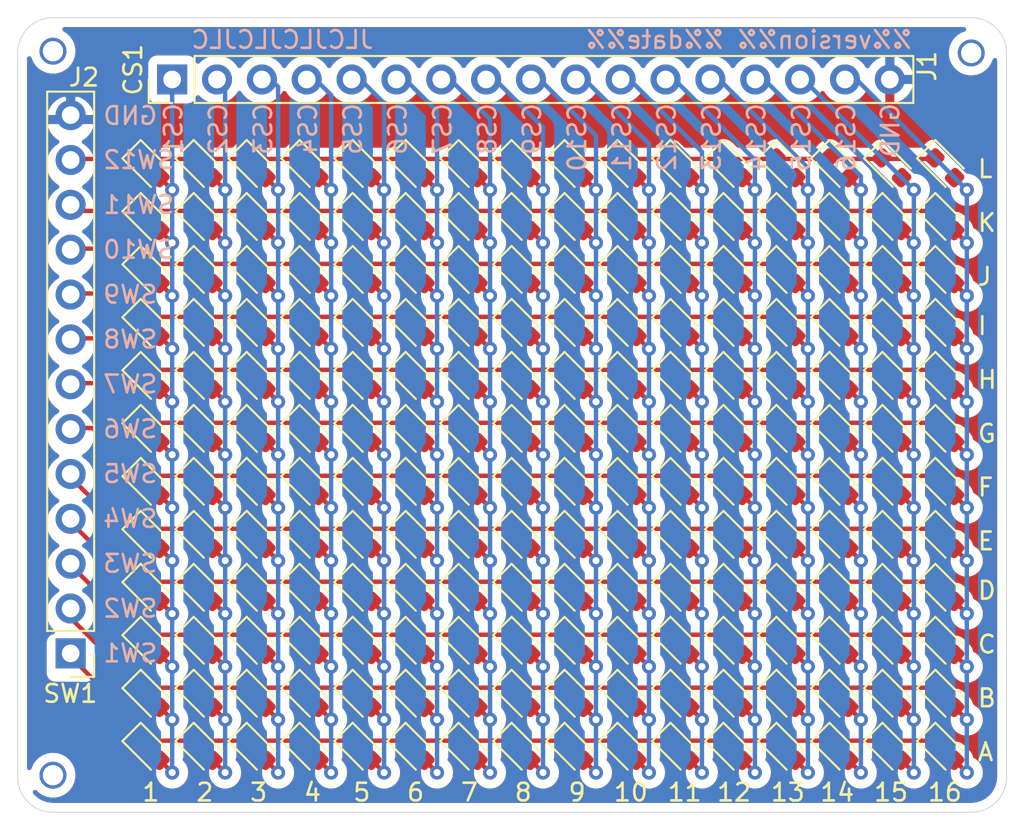
<source format=kicad_pcb>
(kicad_pcb (version 20171130) (host pcbnew "(5.1.10)-1")
  (layers (0 F.Cu signal) (31 B.Cu signal) (34 B.Paste user) (35 F.Paste user) (36 B.SilkS user) (37 F.SilkS user) (38 B.Mask user) (39 F.Mask user) (44 Edge.Cuts user))
  (net 0 "")
  (net 1 "Net-(D1-Pad2)")
  (net 2 "Net-(D1-Pad1)")
  (net 3 "Net-(D114-Pad2)")
  (net 4 "Net-(D115-Pad2)")
  (net 5 "Net-(D100-Pad2)")
  (net 6 "Net-(D101-Pad2)")
  (net 7 "Net-(D102-Pad2)")
  (net 8 "Net-(D103-Pad2)")
  (net 9 "Net-(D104-Pad2)")
  (net 10 "Net-(D105-Pad2)")
  (net 11 "Net-(D10-Pad2)")
  (net 12 "Net-(D107-Pad2)")
  (net 13 "Net-(D108-Pad2)")
  (net 14 "Net-(D109-Pad2)")
  (net 15 "Net-(D110-Pad2)")
  (net 16 "Net-(D111-Pad2)")
  (net 17 "Net-(D112-Pad2)")
  (net 18 "Net-(D17-Pad1)")
  (net 19 "Net-(D33-Pad1)")
  (net 20 "Net-(D49-Pad1)")
  (net 21 "Net-(D65-Pad1)")
  (net 22 "Net-(D81-Pad1)")
  (net 23 "Net-(D100-Pad1)")
  (net 24 "Net-(D113-Pad1)")
  (net 25 "Net-(D129-Pad1)")
  (net 26 "Net-(D145-Pad1)")
  (net 27 "Net-(D161-Pad1)")
  (net 28 "Net-(D177-Pad1)")
  (net 29 GND)
  (module LED_SMD:LED_0603_1608Metric (layer F.Cu) (at 127.5 100.5 315)
    (fp_text reference D192 hide)
    (fp_text value LED_Small)
    (pad 1 smd roundrect (at -0.7875 0 315) (size 0.875 0.95) (layers F.Cu F.Paste F.Mask) (net 28 "Net-(D177-Pad1)"))
    (pad 2 smd roundrect (at 0.7875 0 315) (size 0.875 0.95) (layers F.Cu F.Paste F.Mask) (net 17 "Net-(D112-Pad2)"))
  )
  (module LED_SMD:LED_0603_1608Metric (layer F.Cu) (at 124.5 100.5 315)
    (fp_text reference D191 hide)
    (fp_text value LED_Small)
    (pad 1 smd roundrect (at -0.7875 0 315) (size 0.875 0.95) (layers F.Cu F.Paste F.Mask) (net 28 "Net-(D177-Pad1)"))
    (pad 2 smd roundrect (at 0.7875 0 315) (size 0.875 0.95) (layers F.Cu F.Paste F.Mask) (net 16 "Net-(D111-Pad2)"))
  )
  (module LED_SMD:LED_0603_1608Metric (layer F.Cu) (at 121.5 100.5 315)
    (fp_text reference D190 hide)
    (fp_text value LED_Small)
    (pad 1 smd roundrect (at -0.7875 0 315) (size 0.875 0.95) (layers F.Cu F.Paste F.Mask) (net 28 "Net-(D177-Pad1)"))
    (pad 2 smd roundrect (at 0.7875 0 315) (size 0.875 0.95) (layers F.Cu F.Paste F.Mask) (net 15 "Net-(D110-Pad2)"))
  )
  (module LED_SMD:LED_0603_1608Metric (layer F.Cu) (at 118.5 100.5 315)
    (fp_text reference D189 hide)
    (fp_text value LED_Small)
    (pad 1 smd roundrect (at -0.7875 0 315) (size 0.875 0.95) (layers F.Cu F.Paste F.Mask) (net 28 "Net-(D177-Pad1)"))
    (pad 2 smd roundrect (at 0.7875 0 315) (size 0.875 0.95) (layers F.Cu F.Paste F.Mask) (net 14 "Net-(D109-Pad2)"))
  )
  (module LED_SMD:LED_0603_1608Metric (layer F.Cu) (at 115.5 100.5 315)
    (fp_text reference D188 hide)
    (fp_text value LED_Small)
    (pad 1 smd roundrect (at -0.7875 0 315) (size 0.875 0.95) (layers F.Cu F.Paste F.Mask) (net 28 "Net-(D177-Pad1)"))
    (pad 2 smd roundrect (at 0.7875 0 315) (size 0.875 0.95) (layers F.Cu F.Paste F.Mask) (net 13 "Net-(D108-Pad2)"))
  )
  (module LED_SMD:LED_0603_1608Metric (layer F.Cu) (at 112.5 100.5 315)
    (fp_text reference D187 hide)
    (fp_text value LED_Small)
    (pad 1 smd roundrect (at -0.7875 0 315) (size 0.875 0.95) (layers F.Cu F.Paste F.Mask) (net 28 "Net-(D177-Pad1)"))
    (pad 2 smd roundrect (at 0.7875 0 315) (size 0.875 0.95) (layers F.Cu F.Paste F.Mask) (net 12 "Net-(D107-Pad2)"))
  )
  (module LED_SMD:LED_0603_1608Metric (layer F.Cu) (at 109.5 100.5 315)
    (fp_text reference D186 hide)
    (fp_text value LED_Small)
    (pad 1 smd roundrect (at -0.7875 0 315) (size 0.875 0.95) (layers F.Cu F.Paste F.Mask) (net 28 "Net-(D177-Pad1)"))
    (pad 2 smd roundrect (at 0.7875 0 315) (size 0.875 0.95) (layers F.Cu F.Paste F.Mask) (net 11 "Net-(D10-Pad2)"))
  )
  (module LED_SMD:LED_0603_1608Metric (layer F.Cu) (at 106.5 100.5 315)
    (fp_text reference D185 hide)
    (fp_text value LED_Small)
    (pad 1 smd roundrect (at -0.7875 0 315) (size 0.875 0.95) (layers F.Cu F.Paste F.Mask) (net 28 "Net-(D177-Pad1)"))
    (pad 2 smd roundrect (at 0.7875 0 315) (size 0.875 0.95) (layers F.Cu F.Paste F.Mask) (net 10 "Net-(D105-Pad2)"))
  )
  (module LED_SMD:LED_0603_1608Metric (layer F.Cu) (at 103.5 100.5 315)
    (fp_text reference D184 hide)
    (fp_text value LED_Small)
    (pad 1 smd roundrect (at -0.7875 0 315) (size 0.875 0.95) (layers F.Cu F.Paste F.Mask) (net 28 "Net-(D177-Pad1)"))
    (pad 2 smd roundrect (at 0.7875 0 315) (size 0.875 0.95) (layers F.Cu F.Paste F.Mask) (net 9 "Net-(D104-Pad2)"))
  )
  (module LED_SMD:LED_0603_1608Metric (layer F.Cu) (at 100.5 100.5 315)
    (fp_text reference D183 hide)
    (fp_text value LED_Small)
    (pad 1 smd roundrect (at -0.7875 0 315) (size 0.875 0.95) (layers F.Cu F.Paste F.Mask) (net 28 "Net-(D177-Pad1)"))
    (pad 2 smd roundrect (at 0.7875 0 315) (size 0.875 0.95) (layers F.Cu F.Paste F.Mask) (net 8 "Net-(D103-Pad2)"))
  )
  (module LED_SMD:LED_0603_1608Metric (layer F.Cu) (at 97.5 100.5 315)
    (fp_text reference D182 hide)
    (fp_text value LED_Small)
    (pad 1 smd roundrect (at -0.7875 0 315) (size 0.875 0.95) (layers F.Cu F.Paste F.Mask) (net 28 "Net-(D177-Pad1)"))
    (pad 2 smd roundrect (at 0.7875 0 315) (size 0.875 0.95) (layers F.Cu F.Paste F.Mask) (net 7 "Net-(D102-Pad2)"))
  )
  (module LED_SMD:LED_0603_1608Metric (layer F.Cu) (at 94.5 100.5 315)
    (fp_text reference D181 hide)
    (fp_text value LED_Small)
    (pad 1 smd roundrect (at -0.7875 0 315) (size 0.875 0.95) (layers F.Cu F.Paste F.Mask) (net 28 "Net-(D177-Pad1)"))
    (pad 2 smd roundrect (at 0.7875 0 315) (size 0.875 0.95) (layers F.Cu F.Paste F.Mask) (net 6 "Net-(D101-Pad2)"))
  )
  (module LED_SMD:LED_0603_1608Metric (layer F.Cu) (at 91.5 100.5 315)
    (fp_text reference D180 hide)
    (fp_text value LED_Small)
    (pad 1 smd roundrect (at -0.7875 0 315) (size 0.875 0.95) (layers F.Cu F.Paste F.Mask) (net 28 "Net-(D177-Pad1)"))
    (pad 2 smd roundrect (at 0.7875 0 315) (size 0.875 0.95) (layers F.Cu F.Paste F.Mask) (net 5 "Net-(D100-Pad2)"))
  )
  (module LED_SMD:LED_0603_1608Metric (layer F.Cu) (at 88.5 100.5 315)
    (fp_text reference D179 hide)
    (fp_text value LED_Small)
    (pad 1 smd roundrect (at -0.7875 0 315) (size 0.875 0.95) (layers F.Cu F.Paste F.Mask) (net 28 "Net-(D177-Pad1)"))
    (pad 2 smd roundrect (at 0.7875 0 315) (size 0.875 0.95) (layers F.Cu F.Paste F.Mask) (net 4 "Net-(D115-Pad2)"))
  )
  (module LED_SMD:LED_0603_1608Metric (layer F.Cu) (at 85.5 100.5 315)
    (fp_text reference D178 hide)
    (fp_text value LED_Small)
    (pad 1 smd roundrect (at -0.7875 0 315) (size 0.875 0.95) (layers F.Cu F.Paste F.Mask) (net 28 "Net-(D177-Pad1)"))
    (pad 2 smd roundrect (at 0.7875 0 315) (size 0.875 0.95) (layers F.Cu F.Paste F.Mask) (net 3 "Net-(D114-Pad2)"))
  )
  (module LED_SMD:LED_0603_1608Metric (layer F.Cu) (at 82.5 100.5 315)
    (fp_text reference D177 hide)
    (fp_text value LED_Small)
    (pad 1 smd roundrect (at -0.7875 0 315) (size 0.875 0.95) (layers F.Cu F.Paste F.Mask) (net 28 "Net-(D177-Pad1)"))
    (pad 2 smd roundrect (at 0.7875 0 315) (size 0.875 0.95) (layers F.Cu F.Paste F.Mask) (net 1 "Net-(D1-Pad2)"))
  )
  (module LED_SMD:LED_0603_1608Metric (layer F.Cu) (at 127.5 97.5 315)
    (fp_text reference D176 hide)
    (fp_text value LED_Small)
    (pad 1 smd roundrect (at -0.7875 0 315) (size 0.875 0.95) (layers F.Cu F.Paste F.Mask) (net 27 "Net-(D161-Pad1)"))
    (pad 2 smd roundrect (at 0.7875 0 315) (size 0.875 0.95) (layers F.Cu F.Paste F.Mask) (net 17 "Net-(D112-Pad2)"))
  )
  (module LED_SMD:LED_0603_1608Metric (layer F.Cu) (at 124.5 97.5 315)
    (fp_text reference D175 hide)
    (fp_text value LED_Small)
    (pad 1 smd roundrect (at -0.7875 0 315) (size 0.875 0.95) (layers F.Cu F.Paste F.Mask) (net 27 "Net-(D161-Pad1)"))
    (pad 2 smd roundrect (at 0.7875 0 315) (size 0.875 0.95) (layers F.Cu F.Paste F.Mask) (net 16 "Net-(D111-Pad2)"))
  )
  (module LED_SMD:LED_0603_1608Metric (layer F.Cu) (at 121.5 97.5 315)
    (fp_text reference D174 hide)
    (fp_text value LED_Small)
    (pad 1 smd roundrect (at -0.7875 0 315) (size 0.875 0.95) (layers F.Cu F.Paste F.Mask) (net 27 "Net-(D161-Pad1)"))
    (pad 2 smd roundrect (at 0.7875 0 315) (size 0.875 0.95) (layers F.Cu F.Paste F.Mask) (net 15 "Net-(D110-Pad2)"))
  )
  (module LED_SMD:LED_0603_1608Metric (layer F.Cu) (at 118.5 97.5 315)
    (fp_text reference D173 hide)
    (fp_text value LED_Small)
    (pad 1 smd roundrect (at -0.7875 0 315) (size 0.875 0.95) (layers F.Cu F.Paste F.Mask) (net 27 "Net-(D161-Pad1)"))
    (pad 2 smd roundrect (at 0.7875 0 315) (size 0.875 0.95) (layers F.Cu F.Paste F.Mask) (net 14 "Net-(D109-Pad2)"))
  )
  (module LED_SMD:LED_0603_1608Metric (layer F.Cu) (at 115.5 97.5 315)
    (fp_text reference D172 hide)
    (fp_text value LED_Small)
    (pad 1 smd roundrect (at -0.7875 0 315) (size 0.875 0.95) (layers F.Cu F.Paste F.Mask) (net 27 "Net-(D161-Pad1)"))
    (pad 2 smd roundrect (at 0.7875 0 315) (size 0.875 0.95) (layers F.Cu F.Paste F.Mask) (net 13 "Net-(D108-Pad2)"))
  )
  (module LED_SMD:LED_0603_1608Metric (layer F.Cu) (at 112.5 97.5 315)
    (fp_text reference D171 hide)
    (fp_text value LED_Small)
    (pad 1 smd roundrect (at -0.7875 0 315) (size 0.875 0.95) (layers F.Cu F.Paste F.Mask) (net 27 "Net-(D161-Pad1)"))
    (pad 2 smd roundrect (at 0.7875 0 315) (size 0.875 0.95) (layers F.Cu F.Paste F.Mask) (net 12 "Net-(D107-Pad2)"))
  )
  (module LED_SMD:LED_0603_1608Metric (layer F.Cu) (at 109.5 97.5 315)
    (fp_text reference D170 hide)
    (fp_text value LED_Small)
    (pad 1 smd roundrect (at -0.7875 0 315) (size 0.875 0.95) (layers F.Cu F.Paste F.Mask) (net 27 "Net-(D161-Pad1)"))
    (pad 2 smd roundrect (at 0.7875 0 315) (size 0.875 0.95) (layers F.Cu F.Paste F.Mask) (net 11 "Net-(D10-Pad2)"))
  )
  (module LED_SMD:LED_0603_1608Metric (layer F.Cu) (at 106.5 97.5 315)
    (fp_text reference D169 hide)
    (fp_text value LED_Small)
    (pad 1 smd roundrect (at -0.7875 0 315) (size 0.875 0.95) (layers F.Cu F.Paste F.Mask) (net 27 "Net-(D161-Pad1)"))
    (pad 2 smd roundrect (at 0.7875 0 315) (size 0.875 0.95) (layers F.Cu F.Paste F.Mask) (net 10 "Net-(D105-Pad2)"))
  )
  (module LED_SMD:LED_0603_1608Metric (layer F.Cu) (at 103.5 97.5 315)
    (fp_text reference D168 hide)
    (fp_text value LED_Small)
    (pad 1 smd roundrect (at -0.7875 0 315) (size 0.875 0.95) (layers F.Cu F.Paste F.Mask) (net 27 "Net-(D161-Pad1)"))
    (pad 2 smd roundrect (at 0.7875 0 315) (size 0.875 0.95) (layers F.Cu F.Paste F.Mask) (net 9 "Net-(D104-Pad2)"))
  )
  (module LED_SMD:LED_0603_1608Metric (layer F.Cu) (at 100.5 97.5 315)
    (fp_text reference D167 hide)
    (fp_text value LED_Small)
    (pad 1 smd roundrect (at -0.7875 0 315) (size 0.875 0.95) (layers F.Cu F.Paste F.Mask) (net 27 "Net-(D161-Pad1)"))
    (pad 2 smd roundrect (at 0.7875 0 315) (size 0.875 0.95) (layers F.Cu F.Paste F.Mask) (net 8 "Net-(D103-Pad2)"))
  )
  (module LED_SMD:LED_0603_1608Metric (layer F.Cu) (at 97.5 97.5 315)
    (fp_text reference D166 hide)
    (fp_text value LED_Small)
    (pad 1 smd roundrect (at -0.7875 0 315) (size 0.875 0.95) (layers F.Cu F.Paste F.Mask) (net 27 "Net-(D161-Pad1)"))
    (pad 2 smd roundrect (at 0.7875 0 315) (size 0.875 0.95) (layers F.Cu F.Paste F.Mask) (net 7 "Net-(D102-Pad2)"))
  )
  (module LED_SMD:LED_0603_1608Metric (layer F.Cu) (at 94.5 97.5 315)
    (fp_text reference D165 hide)
    (fp_text value LED_Small)
    (pad 1 smd roundrect (at -0.7875 0 315) (size 0.875 0.95) (layers F.Cu F.Paste F.Mask) (net 27 "Net-(D161-Pad1)"))
    (pad 2 smd roundrect (at 0.7875 0 315) (size 0.875 0.95) (layers F.Cu F.Paste F.Mask) (net 6 "Net-(D101-Pad2)"))
  )
  (module LED_SMD:LED_0603_1608Metric (layer F.Cu) (at 91.5 97.5 315)
    (fp_text reference D164 hide)
    (fp_text value LED_Small)
    (pad 1 smd roundrect (at -0.7875 0 315) (size 0.875 0.95) (layers F.Cu F.Paste F.Mask) (net 27 "Net-(D161-Pad1)"))
    (pad 2 smd roundrect (at 0.7875 0 315) (size 0.875 0.95) (layers F.Cu F.Paste F.Mask) (net 5 "Net-(D100-Pad2)"))
  )
  (module LED_SMD:LED_0603_1608Metric (layer F.Cu) (at 88.5 97.5 315)
    (fp_text reference D163 hide)
    (fp_text value LED_Small)
    (pad 1 smd roundrect (at -0.7875 0 315) (size 0.875 0.95) (layers F.Cu F.Paste F.Mask) (net 27 "Net-(D161-Pad1)"))
    (pad 2 smd roundrect (at 0.7875 0 315) (size 0.875 0.95) (layers F.Cu F.Paste F.Mask) (net 4 "Net-(D115-Pad2)"))
  )
  (module LED_SMD:LED_0603_1608Metric (layer F.Cu) (at 85.5 97.5 315)
    (fp_text reference D162 hide)
    (fp_text value LED_Small)
    (pad 1 smd roundrect (at -0.7875 0 315) (size 0.875 0.95) (layers F.Cu F.Paste F.Mask) (net 27 "Net-(D161-Pad1)"))
    (pad 2 smd roundrect (at 0.7875 0 315) (size 0.875 0.95) (layers F.Cu F.Paste F.Mask) (net 3 "Net-(D114-Pad2)"))
  )
  (module LED_SMD:LED_0603_1608Metric (layer F.Cu) (at 82.5 97.5 315)
    (fp_text reference D161 hide)
    (fp_text value LED_Small)
    (pad 1 smd roundrect (at -0.7875 0 315) (size 0.875 0.95) (layers F.Cu F.Paste F.Mask) (net 27 "Net-(D161-Pad1)"))
    (pad 2 smd roundrect (at 0.7875 0 315) (size 0.875 0.95) (layers F.Cu F.Paste F.Mask) (net 1 "Net-(D1-Pad2)"))
  )
  (module LED_SMD:LED_0603_1608Metric (layer F.Cu) (at 127.5 94.5 315)
    (fp_text reference D160 hide)
    (fp_text value LED_Small)
    (pad 1 smd roundrect (at -0.7875 0 315) (size 0.875 0.95) (layers F.Cu F.Paste F.Mask) (net 26 "Net-(D145-Pad1)"))
    (pad 2 smd roundrect (at 0.7875 0 315) (size 0.875 0.95) (layers F.Cu F.Paste F.Mask) (net 17 "Net-(D112-Pad2)"))
  )
  (module LED_SMD:LED_0603_1608Metric (layer F.Cu) (at 124.5 94.5 315)
    (fp_text reference D159 hide)
    (fp_text value LED_Small)
    (pad 1 smd roundrect (at -0.7875 0 315) (size 0.875 0.95) (layers F.Cu F.Paste F.Mask) (net 26 "Net-(D145-Pad1)"))
    (pad 2 smd roundrect (at 0.7875 0 315) (size 0.875 0.95) (layers F.Cu F.Paste F.Mask) (net 16 "Net-(D111-Pad2)"))
  )
  (module LED_SMD:LED_0603_1608Metric (layer F.Cu) (at 121.5 94.5 315)
    (fp_text reference D158 hide)
    (fp_text value LED_Small)
    (pad 1 smd roundrect (at -0.7875 0 315) (size 0.875 0.95) (layers F.Cu F.Paste F.Mask) (net 26 "Net-(D145-Pad1)"))
    (pad 2 smd roundrect (at 0.7875 0 315) (size 0.875 0.95) (layers F.Cu F.Paste F.Mask) (net 15 "Net-(D110-Pad2)"))
  )
  (module LED_SMD:LED_0603_1608Metric (layer F.Cu) (at 118.5 94.5 315)
    (fp_text reference D157 hide)
    (fp_text value LED_Small)
    (pad 1 smd roundrect (at -0.7875 0 315) (size 0.875 0.95) (layers F.Cu F.Paste F.Mask) (net 26 "Net-(D145-Pad1)"))
    (pad 2 smd roundrect (at 0.7875 0 315) (size 0.875 0.95) (layers F.Cu F.Paste F.Mask) (net 14 "Net-(D109-Pad2)"))
  )
  (module LED_SMD:LED_0603_1608Metric (layer F.Cu) (at 115.5 94.5 315)
    (fp_text reference D156 hide)
    (fp_text value LED_Small)
    (pad 1 smd roundrect (at -0.7875 0 315) (size 0.875 0.95) (layers F.Cu F.Paste F.Mask) (net 26 "Net-(D145-Pad1)"))
    (pad 2 smd roundrect (at 0.7875 0 315) (size 0.875 0.95) (layers F.Cu F.Paste F.Mask) (net 13 "Net-(D108-Pad2)"))
  )
  (module LED_SMD:LED_0603_1608Metric (layer F.Cu) (at 112.5 94.5 315)
    (fp_text reference D155 hide)
    (fp_text value LED_Small)
    (pad 1 smd roundrect (at -0.7875 0 315) (size 0.875 0.95) (layers F.Cu F.Paste F.Mask) (net 26 "Net-(D145-Pad1)"))
    (pad 2 smd roundrect (at 0.7875 0 315) (size 0.875 0.95) (layers F.Cu F.Paste F.Mask) (net 12 "Net-(D107-Pad2)"))
  )
  (module LED_SMD:LED_0603_1608Metric (layer F.Cu) (at 109.5 94.5 315)
    (fp_text reference D154 hide)
    (fp_text value LED_Small)
    (pad 1 smd roundrect (at -0.7875 0 315) (size 0.875 0.95) (layers F.Cu F.Paste F.Mask) (net 26 "Net-(D145-Pad1)"))
    (pad 2 smd roundrect (at 0.7875 0 315) (size 0.875 0.95) (layers F.Cu F.Paste F.Mask) (net 11 "Net-(D10-Pad2)"))
  )
  (module LED_SMD:LED_0603_1608Metric (layer F.Cu) (at 106.5 94.5 315)
    (fp_text reference D153 hide)
    (fp_text value LED_Small)
    (pad 1 smd roundrect (at -0.7875 0 315) (size 0.875 0.95) (layers F.Cu F.Paste F.Mask) (net 26 "Net-(D145-Pad1)"))
    (pad 2 smd roundrect (at 0.7875 0 315) (size 0.875 0.95) (layers F.Cu F.Paste F.Mask) (net 10 "Net-(D105-Pad2)"))
  )
  (module LED_SMD:LED_0603_1608Metric (layer F.Cu) (at 103.5 94.5 315)
    (fp_text reference D152 hide)
    (fp_text value LED_Small)
    (pad 1 smd roundrect (at -0.7875 0 315) (size 0.875 0.95) (layers F.Cu F.Paste F.Mask) (net 26 "Net-(D145-Pad1)"))
    (pad 2 smd roundrect (at 0.7875 0 315) (size 0.875 0.95) (layers F.Cu F.Paste F.Mask) (net 9 "Net-(D104-Pad2)"))
  )
  (module LED_SMD:LED_0603_1608Metric (layer F.Cu) (at 100.5 94.5 315)
    (fp_text reference D151 hide)
    (fp_text value LED_Small)
    (pad 1 smd roundrect (at -0.7875 0 315) (size 0.875 0.95) (layers F.Cu F.Paste F.Mask) (net 26 "Net-(D145-Pad1)"))
    (pad 2 smd roundrect (at 0.7875 0 315) (size 0.875 0.95) (layers F.Cu F.Paste F.Mask) (net 8 "Net-(D103-Pad2)"))
  )
  (module LED_SMD:LED_0603_1608Metric (layer F.Cu) (at 97.5 94.5 315)
    (fp_text reference D150 hide)
    (fp_text value LED_Small)
    (pad 1 smd roundrect (at -0.7875 0 315) (size 0.875 0.95) (layers F.Cu F.Paste F.Mask) (net 26 "Net-(D145-Pad1)"))
    (pad 2 smd roundrect (at 0.7875 0 315) (size 0.875 0.95) (layers F.Cu F.Paste F.Mask) (net 7 "Net-(D102-Pad2)"))
  )
  (module LED_SMD:LED_0603_1608Metric (layer F.Cu) (at 94.5 94.5 315)
    (fp_text reference D149 hide)
    (fp_text value LED_Small)
    (pad 1 smd roundrect (at -0.7875 0 315) (size 0.875 0.95) (layers F.Cu F.Paste F.Mask) (net 26 "Net-(D145-Pad1)"))
    (pad 2 smd roundrect (at 0.7875 0 315) (size 0.875 0.95) (layers F.Cu F.Paste F.Mask) (net 6 "Net-(D101-Pad2)"))
  )
  (module LED_SMD:LED_0603_1608Metric (layer F.Cu) (at 91.5 94.5 315)
    (fp_text reference D148 hide)
    (fp_text value LED_Small)
    (pad 1 smd roundrect (at -0.7875 0 315) (size 0.875 0.95) (layers F.Cu F.Paste F.Mask) (net 26 "Net-(D145-Pad1)"))
    (pad 2 smd roundrect (at 0.7875 0 315) (size 0.875 0.95) (layers F.Cu F.Paste F.Mask) (net 5 "Net-(D100-Pad2)"))
  )
  (module LED_SMD:LED_0603_1608Metric (layer F.Cu) (at 88.5 94.5 315)
    (fp_text reference D147 hide)
    (fp_text value LED_Small)
    (pad 1 smd roundrect (at -0.7875 0 315) (size 0.875 0.95) (layers F.Cu F.Paste F.Mask) (net 26 "Net-(D145-Pad1)"))
    (pad 2 smd roundrect (at 0.7875 0 315) (size 0.875 0.95) (layers F.Cu F.Paste F.Mask) (net 4 "Net-(D115-Pad2)"))
  )
  (module LED_SMD:LED_0603_1608Metric (layer F.Cu) (at 85.5 94.5 315)
    (fp_text reference D146 hide)
    (fp_text value LED_Small)
    (pad 1 smd roundrect (at -0.7875 0 315) (size 0.875 0.95) (layers F.Cu F.Paste F.Mask) (net 26 "Net-(D145-Pad1)"))
    (pad 2 smd roundrect (at 0.7875 0 315) (size 0.875 0.95) (layers F.Cu F.Paste F.Mask) (net 3 "Net-(D114-Pad2)"))
  )
  (module LED_SMD:LED_0603_1608Metric (layer F.Cu) (at 82.5 94.5 315)
    (fp_text reference D145 hide)
    (fp_text value LED_Small)
    (pad 1 smd roundrect (at -0.7875 0 315) (size 0.875 0.95) (layers F.Cu F.Paste F.Mask) (net 26 "Net-(D145-Pad1)"))
    (pad 2 smd roundrect (at 0.7875 0 315) (size 0.875 0.95) (layers F.Cu F.Paste F.Mask) (net 1 "Net-(D1-Pad2)"))
  )
  (module LED_SMD:LED_0603_1608Metric (layer F.Cu) (at 127.5 91.5 315)
    (fp_text reference D144 hide)
    (fp_text value LED_Small)
    (pad 1 smd roundrect (at -0.7875 0 315) (size 0.875 0.95) (layers F.Cu F.Paste F.Mask) (net 25 "Net-(D129-Pad1)"))
    (pad 2 smd roundrect (at 0.7875 0 315) (size 0.875 0.95) (layers F.Cu F.Paste F.Mask) (net 17 "Net-(D112-Pad2)"))
  )
  (module LED_SMD:LED_0603_1608Metric (layer F.Cu) (at 124.5 91.5 315)
    (fp_text reference D143 hide)
    (fp_text value LED_Small)
    (pad 1 smd roundrect (at -0.7875 0 315) (size 0.875 0.95) (layers F.Cu F.Paste F.Mask) (net 25 "Net-(D129-Pad1)"))
    (pad 2 smd roundrect (at 0.7875 0 315) (size 0.875 0.95) (layers F.Cu F.Paste F.Mask) (net 16 "Net-(D111-Pad2)"))
  )
  (module LED_SMD:LED_0603_1608Metric (layer F.Cu) (at 121.5 91.5 315)
    (fp_text reference D142 hide)
    (fp_text value LED_Small)
    (pad 1 smd roundrect (at -0.7875 0 315) (size 0.875 0.95) (layers F.Cu F.Paste F.Mask) (net 25 "Net-(D129-Pad1)"))
    (pad 2 smd roundrect (at 0.7875 0 315) (size 0.875 0.95) (layers F.Cu F.Paste F.Mask) (net 15 "Net-(D110-Pad2)"))
  )
  (module LED_SMD:LED_0603_1608Metric (layer F.Cu) (at 118.5 91.5 315)
    (fp_text reference D141 hide)
    (fp_text value LED_Small)
    (pad 1 smd roundrect (at -0.7875 0 315) (size 0.875 0.95) (layers F.Cu F.Paste F.Mask) (net 25 "Net-(D129-Pad1)"))
    (pad 2 smd roundrect (at 0.7875 0 315) (size 0.875 0.95) (layers F.Cu F.Paste F.Mask) (net 14 "Net-(D109-Pad2)"))
  )
  (module LED_SMD:LED_0603_1608Metric (layer F.Cu) (at 115.5 91.5 315)
    (fp_text reference D140 hide)
    (fp_text value LED_Small)
    (pad 1 smd roundrect (at -0.7875 0 315) (size 0.875 0.95) (layers F.Cu F.Paste F.Mask) (net 25 "Net-(D129-Pad1)"))
    (pad 2 smd roundrect (at 0.7875 0 315) (size 0.875 0.95) (layers F.Cu F.Paste F.Mask) (net 13 "Net-(D108-Pad2)"))
  )
  (module LED_SMD:LED_0603_1608Metric (layer F.Cu) (at 112.5 91.5 315)
    (fp_text reference D139 hide)
    (fp_text value LED_Small)
    (pad 1 smd roundrect (at -0.7875 0 315) (size 0.875 0.95) (layers F.Cu F.Paste F.Mask) (net 25 "Net-(D129-Pad1)"))
    (pad 2 smd roundrect (at 0.7875 0 315) (size 0.875 0.95) (layers F.Cu F.Paste F.Mask) (net 12 "Net-(D107-Pad2)"))
  )
  (module LED_SMD:LED_0603_1608Metric (layer F.Cu) (at 109.5 91.5 315)
    (fp_text reference D138 hide)
    (fp_text value LED_Small)
    (pad 1 smd roundrect (at -0.7875 0 315) (size 0.875 0.95) (layers F.Cu F.Paste F.Mask) (net 25 "Net-(D129-Pad1)"))
    (pad 2 smd roundrect (at 0.7875 0 315) (size 0.875 0.95) (layers F.Cu F.Paste F.Mask) (net 11 "Net-(D10-Pad2)"))
  )
  (module LED_SMD:LED_0603_1608Metric (layer F.Cu) (at 106.5 91.5 315)
    (fp_text reference D137 hide)
    (fp_text value LED_Small)
    (pad 1 smd roundrect (at -0.7875 0 315) (size 0.875 0.95) (layers F.Cu F.Paste F.Mask) (net 25 "Net-(D129-Pad1)"))
    (pad 2 smd roundrect (at 0.7875 0 315) (size 0.875 0.95) (layers F.Cu F.Paste F.Mask) (net 10 "Net-(D105-Pad2)"))
  )
  (module LED_SMD:LED_0603_1608Metric (layer F.Cu) (at 103.5 91.5 315)
    (fp_text reference D136 hide)
    (fp_text value LED_Small)
    (pad 1 smd roundrect (at -0.7875 0 315) (size 0.875 0.95) (layers F.Cu F.Paste F.Mask) (net 25 "Net-(D129-Pad1)"))
    (pad 2 smd roundrect (at 0.7875 0 315) (size 0.875 0.95) (layers F.Cu F.Paste F.Mask) (net 9 "Net-(D104-Pad2)"))
  )
  (module LED_SMD:LED_0603_1608Metric (layer F.Cu) (at 100.5 91.5 315)
    (fp_text reference D135 hide)
    (fp_text value LED_Small)
    (pad 1 smd roundrect (at -0.7875 0 315) (size 0.875 0.95) (layers F.Cu F.Paste F.Mask) (net 25 "Net-(D129-Pad1)"))
    (pad 2 smd roundrect (at 0.7875 0 315) (size 0.875 0.95) (layers F.Cu F.Paste F.Mask) (net 8 "Net-(D103-Pad2)"))
  )
  (module LED_SMD:LED_0603_1608Metric (layer F.Cu) (at 97.5 91.5 315)
    (fp_text reference D134 hide)
    (fp_text value LED_Small)
    (pad 1 smd roundrect (at -0.7875 0 315) (size 0.875 0.95) (layers F.Cu F.Paste F.Mask) (net 25 "Net-(D129-Pad1)"))
    (pad 2 smd roundrect (at 0.7875 0 315) (size 0.875 0.95) (layers F.Cu F.Paste F.Mask) (net 7 "Net-(D102-Pad2)"))
  )
  (module LED_SMD:LED_0603_1608Metric (layer F.Cu) (at 94.5 91.5 315)
    (fp_text reference D133 hide)
    (fp_text value LED_Small)
    (pad 1 smd roundrect (at -0.7875 0 315) (size 0.875 0.95) (layers F.Cu F.Paste F.Mask) (net 25 "Net-(D129-Pad1)"))
    (pad 2 smd roundrect (at 0.7875 0 315) (size 0.875 0.95) (layers F.Cu F.Paste F.Mask) (net 6 "Net-(D101-Pad2)"))
  )
  (module LED_SMD:LED_0603_1608Metric (layer F.Cu) (at 91.5 91.5 315)
    (fp_text reference D132 hide)
    (fp_text value LED_Small)
    (pad 1 smd roundrect (at -0.7875 0 315) (size 0.875 0.95) (layers F.Cu F.Paste F.Mask) (net 25 "Net-(D129-Pad1)"))
    (pad 2 smd roundrect (at 0.7875 0 315) (size 0.875 0.95) (layers F.Cu F.Paste F.Mask) (net 5 "Net-(D100-Pad2)"))
  )
  (module LED_SMD:LED_0603_1608Metric (layer F.Cu) (at 88.5 91.5 315)
    (fp_text reference D131 hide)
    (fp_text value LED_Small)
    (pad 1 smd roundrect (at -0.7875 0 315) (size 0.875 0.95) (layers F.Cu F.Paste F.Mask) (net 25 "Net-(D129-Pad1)"))
    (pad 2 smd roundrect (at 0.7875 0 315) (size 0.875 0.95) (layers F.Cu F.Paste F.Mask) (net 4 "Net-(D115-Pad2)"))
  )
  (module LED_SMD:LED_0603_1608Metric (layer F.Cu) (at 85.5 91.5 315)
    (fp_text reference D130 hide)
    (fp_text value LED_Small)
    (pad 1 smd roundrect (at -0.7875 0 315) (size 0.875 0.95) (layers F.Cu F.Paste F.Mask) (net 25 "Net-(D129-Pad1)"))
    (pad 2 smd roundrect (at 0.7875 0 315) (size 0.875 0.95) (layers F.Cu F.Paste F.Mask) (net 3 "Net-(D114-Pad2)"))
  )
  (module LED_SMD:LED_0603_1608Metric (layer F.Cu) (at 82.5 91.5 315)
    (fp_text reference D129 hide)
    (fp_text value LED_Small)
    (pad 1 smd roundrect (at -0.7875 0 315) (size 0.875 0.95) (layers F.Cu F.Paste F.Mask) (net 25 "Net-(D129-Pad1)"))
    (pad 2 smd roundrect (at 0.7875 0 315) (size 0.875 0.95) (layers F.Cu F.Paste F.Mask) (net 1 "Net-(D1-Pad2)"))
  )
  (module LED_SMD:LED_0603_1608Metric (layer F.Cu) (at 127.5 88.5 315)
    (fp_text reference D128 hide)
    (fp_text value LED_Small)
    (pad 1 smd roundrect (at -0.7875 0 315) (size 0.875 0.95) (layers F.Cu F.Paste F.Mask) (net 24 "Net-(D113-Pad1)"))
    (pad 2 smd roundrect (at 0.7875 0 315) (size 0.875 0.95) (layers F.Cu F.Paste F.Mask) (net 17 "Net-(D112-Pad2)"))
  )
  (module LED_SMD:LED_0603_1608Metric (layer F.Cu) (at 124.5 88.5 315)
    (fp_text reference D127 hide)
    (fp_text value LED_Small)
    (pad 1 smd roundrect (at -0.7875 0 315) (size 0.875 0.95) (layers F.Cu F.Paste F.Mask) (net 24 "Net-(D113-Pad1)"))
    (pad 2 smd roundrect (at 0.7875 0 315) (size 0.875 0.95) (layers F.Cu F.Paste F.Mask) (net 16 "Net-(D111-Pad2)"))
  )
  (module LED_SMD:LED_0603_1608Metric (layer F.Cu) (at 121.5 88.5 315)
    (fp_text reference D126 hide)
    (fp_text value LED_Small)
    (pad 1 smd roundrect (at -0.7875 0 315) (size 0.875 0.95) (layers F.Cu F.Paste F.Mask) (net 24 "Net-(D113-Pad1)"))
    (pad 2 smd roundrect (at 0.7875 0 315) (size 0.875 0.95) (layers F.Cu F.Paste F.Mask) (net 15 "Net-(D110-Pad2)"))
  )
  (module LED_SMD:LED_0603_1608Metric (layer F.Cu) (at 118.5 88.5 315)
    (fp_text reference D125 hide)
    (fp_text value LED_Small)
    (pad 1 smd roundrect (at -0.7875 0 315) (size 0.875 0.95) (layers F.Cu F.Paste F.Mask) (net 24 "Net-(D113-Pad1)"))
    (pad 2 smd roundrect (at 0.7875 0 315) (size 0.875 0.95) (layers F.Cu F.Paste F.Mask) (net 14 "Net-(D109-Pad2)"))
  )
  (module LED_SMD:LED_0603_1608Metric (layer F.Cu) (at 115.5 88.5 315)
    (fp_text reference D124 hide)
    (fp_text value LED_Small)
    (pad 1 smd roundrect (at -0.7875 0 315) (size 0.875 0.95) (layers F.Cu F.Paste F.Mask) (net 24 "Net-(D113-Pad1)"))
    (pad 2 smd roundrect (at 0.7875 0 315) (size 0.875 0.95) (layers F.Cu F.Paste F.Mask) (net 13 "Net-(D108-Pad2)"))
  )
  (module LED_SMD:LED_0603_1608Metric (layer F.Cu) (at 112.5 88.5 315)
    (fp_text reference D123 hide)
    (fp_text value LED_Small)
    (pad 1 smd roundrect (at -0.7875 0 315) (size 0.875 0.95) (layers F.Cu F.Paste F.Mask) (net 24 "Net-(D113-Pad1)"))
    (pad 2 smd roundrect (at 0.7875 0 315) (size 0.875 0.95) (layers F.Cu F.Paste F.Mask) (net 12 "Net-(D107-Pad2)"))
  )
  (module LED_SMD:LED_0603_1608Metric (layer F.Cu) (at 109.5 88.5 315)
    (fp_text reference D122 hide)
    (fp_text value LED_Small)
    (pad 1 smd roundrect (at -0.7875 0 315) (size 0.875 0.95) (layers F.Cu F.Paste F.Mask) (net 24 "Net-(D113-Pad1)"))
    (pad 2 smd roundrect (at 0.7875 0 315) (size 0.875 0.95) (layers F.Cu F.Paste F.Mask) (net 11 "Net-(D10-Pad2)"))
  )
  (module LED_SMD:LED_0603_1608Metric (layer F.Cu) (at 106.5 88.5 315)
    (fp_text reference D121 hide)
    (fp_text value LED_Small)
    (pad 1 smd roundrect (at -0.7875 0 315) (size 0.875 0.95) (layers F.Cu F.Paste F.Mask) (net 24 "Net-(D113-Pad1)"))
    (pad 2 smd roundrect (at 0.7875 0 315) (size 0.875 0.95) (layers F.Cu F.Paste F.Mask) (net 10 "Net-(D105-Pad2)"))
  )
  (module LED_SMD:LED_0603_1608Metric (layer F.Cu) (at 103.5 88.5 315)
    (fp_text reference D120 hide)
    (fp_text value LED_Small)
    (pad 1 smd roundrect (at -0.7875 0 315) (size 0.875 0.95) (layers F.Cu F.Paste F.Mask) (net 24 "Net-(D113-Pad1)"))
    (pad 2 smd roundrect (at 0.7875 0 315) (size 0.875 0.95) (layers F.Cu F.Paste F.Mask) (net 9 "Net-(D104-Pad2)"))
  )
  (module LED_SMD:LED_0603_1608Metric (layer F.Cu) (at 100.5 88.5 315)
    (fp_text reference D119 hide)
    (fp_text value LED_Small)
    (pad 1 smd roundrect (at -0.7875 0 315) (size 0.875 0.95) (layers F.Cu F.Paste F.Mask) (net 24 "Net-(D113-Pad1)"))
    (pad 2 smd roundrect (at 0.7875 0 315) (size 0.875 0.95) (layers F.Cu F.Paste F.Mask) (net 8 "Net-(D103-Pad2)"))
  )
  (module LED_SMD:LED_0603_1608Metric (layer F.Cu) (at 97.5 88.5 315)
    (fp_text reference D118 hide)
    (fp_text value LED_Small)
    (pad 1 smd roundrect (at -0.7875 0 315) (size 0.875 0.95) (layers F.Cu F.Paste F.Mask) (net 24 "Net-(D113-Pad1)"))
    (pad 2 smd roundrect (at 0.7875 0 315) (size 0.875 0.95) (layers F.Cu F.Paste F.Mask) (net 7 "Net-(D102-Pad2)"))
  )
  (module LED_SMD:LED_0603_1608Metric (layer F.Cu) (at 94.5 88.5 315)
    (fp_text reference D117 hide)
    (fp_text value LED_Small)
    (pad 1 smd roundrect (at -0.7875 0 315) (size 0.875 0.95) (layers F.Cu F.Paste F.Mask) (net 24 "Net-(D113-Pad1)"))
    (pad 2 smd roundrect (at 0.7875 0 315) (size 0.875 0.95) (layers F.Cu F.Paste F.Mask) (net 6 "Net-(D101-Pad2)"))
  )
  (module LED_SMD:LED_0603_1608Metric (layer F.Cu) (at 91.5 88.5 315)
    (fp_text reference D116 hide)
    (fp_text value LED_Small)
    (pad 1 smd roundrect (at -0.7875 0 315) (size 0.875 0.95) (layers F.Cu F.Paste F.Mask) (net 24 "Net-(D113-Pad1)"))
    (pad 2 smd roundrect (at 0.7875 0 315) (size 0.875 0.95) (layers F.Cu F.Paste F.Mask) (net 5 "Net-(D100-Pad2)"))
  )
  (module LED_SMD:LED_0603_1608Metric (layer F.Cu) (at 88.5 88.5 315)
    (fp_text reference D115 hide)
    (fp_text value LED_Small)
    (pad 1 smd roundrect (at -0.7875 0 315) (size 0.875 0.95) (layers F.Cu F.Paste F.Mask) (net 24 "Net-(D113-Pad1)"))
    (pad 2 smd roundrect (at 0.7875 0 315) (size 0.875 0.95) (layers F.Cu F.Paste F.Mask) (net 4 "Net-(D115-Pad2)"))
  )
  (module LED_SMD:LED_0603_1608Metric (layer F.Cu) (at 85.5 88.5 315)
    (fp_text reference D114 hide)
    (fp_text value LED_Small)
    (pad 1 smd roundrect (at -0.7875 0 315) (size 0.875 0.95) (layers F.Cu F.Paste F.Mask) (net 24 "Net-(D113-Pad1)"))
    (pad 2 smd roundrect (at 0.7875 0 315) (size 0.875 0.95) (layers F.Cu F.Paste F.Mask) (net 3 "Net-(D114-Pad2)"))
  )
  (module LED_SMD:LED_0603_1608Metric (layer F.Cu) (at 82.5 88.5 315)
    (fp_text reference D113 hide)
    (fp_text value LED_Small)
    (pad 1 smd roundrect (at -0.7875 0 315) (size 0.875 0.95) (layers F.Cu F.Paste F.Mask) (net 24 "Net-(D113-Pad1)"))
    (pad 2 smd roundrect (at 0.7875 0 315) (size 0.875 0.95) (layers F.Cu F.Paste F.Mask) (net 1 "Net-(D1-Pad2)"))
  )
  (module LED_SMD:LED_0603_1608Metric (layer F.Cu) (at 127.5 85.5 315)
    (fp_text reference D112 hide)
    (fp_text value LED_Small)
    (pad 1 smd roundrect (at -0.7875 0 315) (size 0.875 0.95) (layers F.Cu F.Paste F.Mask) (net 23 "Net-(D100-Pad1)"))
    (pad 2 smd roundrect (at 0.7875 0 315) (size 0.875 0.95) (layers F.Cu F.Paste F.Mask) (net 17 "Net-(D112-Pad2)"))
  )
  (module LED_SMD:LED_0603_1608Metric (layer F.Cu) (at 124.5 85.5 315)
    (fp_text reference D111 hide)
    (fp_text value LED_Small)
    (pad 1 smd roundrect (at -0.7875 0 315) (size 0.875 0.95) (layers F.Cu F.Paste F.Mask) (net 23 "Net-(D100-Pad1)"))
    (pad 2 smd roundrect (at 0.7875 0 315) (size 0.875 0.95) (layers F.Cu F.Paste F.Mask) (net 16 "Net-(D111-Pad2)"))
  )
  (module LED_SMD:LED_0603_1608Metric (layer F.Cu) (at 121.5 85.5 315)
    (fp_text reference D110 hide)
    (fp_text value LED_Small)
    (pad 1 smd roundrect (at -0.7875 0 315) (size 0.875 0.95) (layers F.Cu F.Paste F.Mask) (net 23 "Net-(D100-Pad1)"))
    (pad 2 smd roundrect (at 0.7875 0 315) (size 0.875 0.95) (layers F.Cu F.Paste F.Mask) (net 15 "Net-(D110-Pad2)"))
  )
  (module LED_SMD:LED_0603_1608Metric (layer F.Cu) (at 118.5 85.5 315)
    (fp_text reference D109 hide)
    (fp_text value LED_Small)
    (pad 1 smd roundrect (at -0.7875 0 315) (size 0.875 0.95) (layers F.Cu F.Paste F.Mask) (net 23 "Net-(D100-Pad1)"))
    (pad 2 smd roundrect (at 0.7875 0 315) (size 0.875 0.95) (layers F.Cu F.Paste F.Mask) (net 14 "Net-(D109-Pad2)"))
  )
  (module LED_SMD:LED_0603_1608Metric (layer F.Cu) (at 115.5 85.5 315)
    (fp_text reference D108 hide)
    (fp_text value LED_Small)
    (pad 1 smd roundrect (at -0.7875 0 315) (size 0.875 0.95) (layers F.Cu F.Paste F.Mask) (net 23 "Net-(D100-Pad1)"))
    (pad 2 smd roundrect (at 0.7875 0 315) (size 0.875 0.95) (layers F.Cu F.Paste F.Mask) (net 13 "Net-(D108-Pad2)"))
  )
  (module LED_SMD:LED_0603_1608Metric (layer F.Cu) (at 112.5 85.5 315)
    (fp_text reference D107 hide)
    (fp_text value LED_Small)
    (pad 1 smd roundrect (at -0.7875 0 315) (size 0.875 0.95) (layers F.Cu F.Paste F.Mask) (net 23 "Net-(D100-Pad1)"))
    (pad 2 smd roundrect (at 0.7875 0 315) (size 0.875 0.95) (layers F.Cu F.Paste F.Mask) (net 12 "Net-(D107-Pad2)"))
  )
  (module LED_SMD:LED_0603_1608Metric (layer F.Cu) (at 109.5 85.5 315)
    (fp_text reference D106 hide)
    (fp_text value LED_Small)
    (pad 1 smd roundrect (at -0.7875 0 315) (size 0.875 0.95) (layers F.Cu F.Paste F.Mask) (net 23 "Net-(D100-Pad1)"))
    (pad 2 smd roundrect (at 0.7875 0 315) (size 0.875 0.95) (layers F.Cu F.Paste F.Mask) (net 11 "Net-(D10-Pad2)"))
  )
  (module LED_SMD:LED_0603_1608Metric (layer F.Cu) (at 106.5 85.5 315)
    (fp_text reference D105 hide)
    (fp_text value LED_Small)
    (pad 1 smd roundrect (at -0.7875 0 315) (size 0.875 0.95) (layers F.Cu F.Paste F.Mask) (net 23 "Net-(D100-Pad1)"))
    (pad 2 smd roundrect (at 0.7875 0 315) (size 0.875 0.95) (layers F.Cu F.Paste F.Mask) (net 10 "Net-(D105-Pad2)"))
  )
  (module LED_SMD:LED_0603_1608Metric (layer F.Cu) (at 103.5 85.5 315)
    (fp_text reference D104 hide)
    (fp_text value LED_Small)
    (pad 1 smd roundrect (at -0.7875 0 315) (size 0.875 0.95) (layers F.Cu F.Paste F.Mask) (net 23 "Net-(D100-Pad1)"))
    (pad 2 smd roundrect (at 0.7875 0 315) (size 0.875 0.95) (layers F.Cu F.Paste F.Mask) (net 9 "Net-(D104-Pad2)"))
  )
  (module LED_SMD:LED_0603_1608Metric (layer F.Cu) (at 100.5 85.5 315)
    (fp_text reference D103 hide)
    (fp_text value LED_Small)
    (pad 1 smd roundrect (at -0.7875 0 315) (size 0.875 0.95) (layers F.Cu F.Paste F.Mask) (net 23 "Net-(D100-Pad1)"))
    (pad 2 smd roundrect (at 0.7875 0 315) (size 0.875 0.95) (layers F.Cu F.Paste F.Mask) (net 8 "Net-(D103-Pad2)"))
  )
  (module LED_SMD:LED_0603_1608Metric (layer F.Cu) (at 97.5 85.5 315)
    (fp_text reference D102 hide)
    (fp_text value LED_Small)
    (pad 1 smd roundrect (at -0.7875 0 315) (size 0.875 0.95) (layers F.Cu F.Paste F.Mask) (net 23 "Net-(D100-Pad1)"))
    (pad 2 smd roundrect (at 0.7875 0 315) (size 0.875 0.95) (layers F.Cu F.Paste F.Mask) (net 7 "Net-(D102-Pad2)"))
  )
  (module LED_SMD:LED_0603_1608Metric (layer F.Cu) (at 94.5 85.5 315)
    (fp_text reference D101 hide)
    (fp_text value LED_Small)
    (pad 1 smd roundrect (at -0.7875 0 315) (size 0.875 0.95) (layers F.Cu F.Paste F.Mask) (net 23 "Net-(D100-Pad1)"))
    (pad 2 smd roundrect (at 0.7875 0 315) (size 0.875 0.95) (layers F.Cu F.Paste F.Mask) (net 6 "Net-(D101-Pad2)"))
  )
  (module LED_SMD:LED_0603_1608Metric (layer F.Cu) (at 91.5 85.5 315)
    (fp_text reference D100 hide)
    (fp_text value LED_Small)
    (pad 1 smd roundrect (at -0.7875 0 315) (size 0.875 0.95) (layers F.Cu F.Paste F.Mask) (net 23 "Net-(D100-Pad1)"))
    (pad 2 smd roundrect (at 0.7875 0 315) (size 0.875 0.95) (layers F.Cu F.Paste F.Mask) (net 5 "Net-(D100-Pad2)"))
  )
  (module LED_SMD:LED_0603_1608Metric (layer F.Cu) (at 88.5 85.5 315)
    (fp_text reference D99 hide)
    (fp_text value LED_Small)
    (pad 1 smd roundrect (at -0.7875 0 315) (size 0.875 0.95) (layers F.Cu F.Paste F.Mask) (net 23 "Net-(D100-Pad1)"))
    (pad 2 smd roundrect (at 0.7875 0 315) (size 0.875 0.95) (layers F.Cu F.Paste F.Mask) (net 4 "Net-(D115-Pad2)"))
  )
  (module LED_SMD:LED_0603_1608Metric (layer F.Cu) (at 85.5 85.5 315)
    (fp_text reference D98 hide)
    (fp_text value LED_Small)
    (pad 1 smd roundrect (at -0.7875 0 315) (size 0.875 0.95) (layers F.Cu F.Paste F.Mask) (net 23 "Net-(D100-Pad1)"))
    (pad 2 smd roundrect (at 0.7875 0 315) (size 0.875 0.95) (layers F.Cu F.Paste F.Mask) (net 3 "Net-(D114-Pad2)"))
  )
  (module LED_SMD:LED_0603_1608Metric (layer F.Cu) (at 82.5 85.5 315)
    (fp_text reference D97 hide)
    (fp_text value LED_Small)
    (pad 1 smd roundrect (at -0.7875 0 315) (size 0.875 0.95) (layers F.Cu F.Paste F.Mask) (net 23 "Net-(D100-Pad1)"))
    (pad 2 smd roundrect (at 0.7875 0 315) (size 0.875 0.95) (layers F.Cu F.Paste F.Mask) (net 1 "Net-(D1-Pad2)"))
  )
  (module LED_SMD:LED_0603_1608Metric (layer F.Cu) (at 127.5 82.5 315)
    (fp_text reference D96 hide)
    (fp_text value LED_Small)
    (pad 1 smd roundrect (at -0.7875 0 315) (size 0.875 0.95) (layers F.Cu F.Paste F.Mask) (net 22 "Net-(D81-Pad1)"))
    (pad 2 smd roundrect (at 0.7875 0 315) (size 0.875 0.95) (layers F.Cu F.Paste F.Mask) (net 17 "Net-(D112-Pad2)"))
  )
  (module LED_SMD:LED_0603_1608Metric (layer F.Cu) (at 124.5 82.5 315)
    (fp_text reference D95 hide)
    (fp_text value LED_Small)
    (pad 1 smd roundrect (at -0.7875 0 315) (size 0.875 0.95) (layers F.Cu F.Paste F.Mask) (net 22 "Net-(D81-Pad1)"))
    (pad 2 smd roundrect (at 0.7875 0 315) (size 0.875 0.95) (layers F.Cu F.Paste F.Mask) (net 16 "Net-(D111-Pad2)"))
  )
  (module LED_SMD:LED_0603_1608Metric (layer F.Cu) (at 121.5 82.5 315)
    (fp_text reference D94 hide)
    (fp_text value LED_Small)
    (pad 1 smd roundrect (at -0.7875 0 315) (size 0.875 0.95) (layers F.Cu F.Paste F.Mask) (net 22 "Net-(D81-Pad1)"))
    (pad 2 smd roundrect (at 0.7875 0 315) (size 0.875 0.95) (layers F.Cu F.Paste F.Mask) (net 15 "Net-(D110-Pad2)"))
  )
  (module LED_SMD:LED_0603_1608Metric (layer F.Cu) (at 118.5 82.5 315)
    (fp_text reference D93 hide)
    (fp_text value LED_Small)
    (pad 1 smd roundrect (at -0.7875 0 315) (size 0.875 0.95) (layers F.Cu F.Paste F.Mask) (net 22 "Net-(D81-Pad1)"))
    (pad 2 smd roundrect (at 0.7875 0 315) (size 0.875 0.95) (layers F.Cu F.Paste F.Mask) (net 14 "Net-(D109-Pad2)"))
  )
  (module LED_SMD:LED_0603_1608Metric (layer F.Cu) (at 115.5 82.5 315)
    (fp_text reference D92 hide)
    (fp_text value LED_Small)
    (pad 1 smd roundrect (at -0.7875 0 315) (size 0.875 0.95) (layers F.Cu F.Paste F.Mask) (net 22 "Net-(D81-Pad1)"))
    (pad 2 smd roundrect (at 0.7875 0 315) (size 0.875 0.95) (layers F.Cu F.Paste F.Mask) (net 13 "Net-(D108-Pad2)"))
  )
  (module LED_SMD:LED_0603_1608Metric (layer F.Cu) (at 112.5 82.5 315)
    (fp_text reference D91 hide)
    (fp_text value LED_Small)
    (pad 1 smd roundrect (at -0.7875 0 315) (size 0.875 0.95) (layers F.Cu F.Paste F.Mask) (net 22 "Net-(D81-Pad1)"))
    (pad 2 smd roundrect (at 0.7875 0 315) (size 0.875 0.95) (layers F.Cu F.Paste F.Mask) (net 12 "Net-(D107-Pad2)"))
  )
  (module LED_SMD:LED_0603_1608Metric (layer F.Cu) (at 109.5 82.5 315)
    (fp_text reference D90 hide)
    (fp_text value LED_Small)
    (pad 1 smd roundrect (at -0.7875 0 315) (size 0.875 0.95) (layers F.Cu F.Paste F.Mask) (net 22 "Net-(D81-Pad1)"))
    (pad 2 smd roundrect (at 0.7875 0 315) (size 0.875 0.95) (layers F.Cu F.Paste F.Mask) (net 11 "Net-(D10-Pad2)"))
  )
  (module LED_SMD:LED_0603_1608Metric (layer F.Cu) (at 106.5 82.5 315)
    (fp_text reference D89 hide)
    (fp_text value LED_Small)
    (pad 1 smd roundrect (at -0.7875 0 315) (size 0.875 0.95) (layers F.Cu F.Paste F.Mask) (net 22 "Net-(D81-Pad1)"))
    (pad 2 smd roundrect (at 0.7875 0 315) (size 0.875 0.95) (layers F.Cu F.Paste F.Mask) (net 10 "Net-(D105-Pad2)"))
  )
  (module LED_SMD:LED_0603_1608Metric (layer F.Cu) (at 103.5 82.5 315)
    (fp_text reference D88 hide)
    (fp_text value LED_Small)
    (pad 1 smd roundrect (at -0.7875 0 315) (size 0.875 0.95) (layers F.Cu F.Paste F.Mask) (net 22 "Net-(D81-Pad1)"))
    (pad 2 smd roundrect (at 0.7875 0 315) (size 0.875 0.95) (layers F.Cu F.Paste F.Mask) (net 9 "Net-(D104-Pad2)"))
  )
  (module LED_SMD:LED_0603_1608Metric (layer F.Cu) (at 100.5 82.5 315)
    (fp_text reference D87 hide)
    (fp_text value LED_Small)
    (pad 1 smd roundrect (at -0.7875 0 315) (size 0.875 0.95) (layers F.Cu F.Paste F.Mask) (net 22 "Net-(D81-Pad1)"))
    (pad 2 smd roundrect (at 0.7875 0 315) (size 0.875 0.95) (layers F.Cu F.Paste F.Mask) (net 8 "Net-(D103-Pad2)"))
  )
  (module LED_SMD:LED_0603_1608Metric (layer F.Cu) (at 97.5 82.5 315)
    (fp_text reference D86 hide)
    (fp_text value LED_Small)
    (pad 1 smd roundrect (at -0.7875 0 315) (size 0.875 0.95) (layers F.Cu F.Paste F.Mask) (net 22 "Net-(D81-Pad1)"))
    (pad 2 smd roundrect (at 0.7875 0 315) (size 0.875 0.95) (layers F.Cu F.Paste F.Mask) (net 7 "Net-(D102-Pad2)"))
  )
  (module LED_SMD:LED_0603_1608Metric (layer F.Cu) (at 94.5 82.5 315)
    (fp_text reference D85 hide)
    (fp_text value LED_Small)
    (pad 1 smd roundrect (at -0.7875 0 315) (size 0.875 0.95) (layers F.Cu F.Paste F.Mask) (net 22 "Net-(D81-Pad1)"))
    (pad 2 smd roundrect (at 0.7875 0 315) (size 0.875 0.95) (layers F.Cu F.Paste F.Mask) (net 6 "Net-(D101-Pad2)"))
  )
  (module LED_SMD:LED_0603_1608Metric (layer F.Cu) (at 91.5 82.5 315)
    (fp_text reference D84 hide)
    (fp_text value LED_Small)
    (pad 1 smd roundrect (at -0.7875 0 315) (size 0.875 0.95) (layers F.Cu F.Paste F.Mask) (net 22 "Net-(D81-Pad1)"))
    (pad 2 smd roundrect (at 0.7875 0 315) (size 0.875 0.95) (layers F.Cu F.Paste F.Mask) (net 5 "Net-(D100-Pad2)"))
  )
  (module LED_SMD:LED_0603_1608Metric (layer F.Cu) (at 88.5 82.5 315)
    (fp_text reference D83 hide)
    (fp_text value LED_Small)
    (pad 1 smd roundrect (at -0.7875 0 315) (size 0.875 0.95) (layers F.Cu F.Paste F.Mask) (net 22 "Net-(D81-Pad1)"))
    (pad 2 smd roundrect (at 0.7875 0 315) (size 0.875 0.95) (layers F.Cu F.Paste F.Mask) (net 4 "Net-(D115-Pad2)"))
  )
  (module LED_SMD:LED_0603_1608Metric (layer F.Cu) (at 85.5 82.5 315)
    (fp_text reference D82 hide)
    (fp_text value LED_Small)
    (pad 1 smd roundrect (at -0.7875 0 315) (size 0.875 0.95) (layers F.Cu F.Paste F.Mask) (net 22 "Net-(D81-Pad1)"))
    (pad 2 smd roundrect (at 0.7875 0 315) (size 0.875 0.95) (layers F.Cu F.Paste F.Mask) (net 3 "Net-(D114-Pad2)"))
  )
  (module LED_SMD:LED_0603_1608Metric (layer F.Cu) (at 82.5 82.5 315)
    (fp_text reference D81 hide)
    (fp_text value LED_Small)
    (pad 1 smd roundrect (at -0.7875 0 315) (size 0.875 0.95) (layers F.Cu F.Paste F.Mask) (net 22 "Net-(D81-Pad1)"))
    (pad 2 smd roundrect (at 0.7875 0 315) (size 0.875 0.95) (layers F.Cu F.Paste F.Mask) (net 1 "Net-(D1-Pad2)"))
  )
  (module LED_SMD:LED_0603_1608Metric (layer F.Cu) (at 127.5 79.5 315)
    (fp_text reference D80 hide)
    (fp_text value LED_Small)
    (pad 1 smd roundrect (at -0.7875 0 315) (size 0.875 0.95) (layers F.Cu F.Paste F.Mask) (net 21 "Net-(D65-Pad1)"))
    (pad 2 smd roundrect (at 0.7875 0 315) (size 0.875 0.95) (layers F.Cu F.Paste F.Mask) (net 17 "Net-(D112-Pad2)"))
  )
  (module LED_SMD:LED_0603_1608Metric (layer F.Cu) (at 124.5 79.5 315)
    (fp_text reference D79 hide)
    (fp_text value LED_Small)
    (pad 1 smd roundrect (at -0.7875 0 315) (size 0.875 0.95) (layers F.Cu F.Paste F.Mask) (net 21 "Net-(D65-Pad1)"))
    (pad 2 smd roundrect (at 0.7875 0 315) (size 0.875 0.95) (layers F.Cu F.Paste F.Mask) (net 16 "Net-(D111-Pad2)"))
  )
  (module LED_SMD:LED_0603_1608Metric (layer F.Cu) (at 121.5 79.5 315)
    (fp_text reference D78 hide)
    (fp_text value LED_Small)
    (pad 1 smd roundrect (at -0.7875 0 315) (size 0.875 0.95) (layers F.Cu F.Paste F.Mask) (net 21 "Net-(D65-Pad1)"))
    (pad 2 smd roundrect (at 0.7875 0 315) (size 0.875 0.95) (layers F.Cu F.Paste F.Mask) (net 15 "Net-(D110-Pad2)"))
  )
  (module LED_SMD:LED_0603_1608Metric (layer F.Cu) (at 118.5 79.5 315)
    (fp_text reference D77 hide)
    (fp_text value LED_Small)
    (pad 1 smd roundrect (at -0.7875 0 315) (size 0.875 0.95) (layers F.Cu F.Paste F.Mask) (net 21 "Net-(D65-Pad1)"))
    (pad 2 smd roundrect (at 0.7875 0 315) (size 0.875 0.95) (layers F.Cu F.Paste F.Mask) (net 14 "Net-(D109-Pad2)"))
  )
  (module LED_SMD:LED_0603_1608Metric (layer F.Cu) (at 115.5 79.5 315)
    (fp_text reference D76 hide)
    (fp_text value LED_Small)
    (pad 1 smd roundrect (at -0.7875 0 315) (size 0.875 0.95) (layers F.Cu F.Paste F.Mask) (net 21 "Net-(D65-Pad1)"))
    (pad 2 smd roundrect (at 0.7875 0 315) (size 0.875 0.95) (layers F.Cu F.Paste F.Mask) (net 13 "Net-(D108-Pad2)"))
  )
  (module LED_SMD:LED_0603_1608Metric (layer F.Cu) (at 112.5 79.5 315)
    (fp_text reference D75 hide)
    (fp_text value LED_Small)
    (pad 1 smd roundrect (at -0.7875 0 315) (size 0.875 0.95) (layers F.Cu F.Paste F.Mask) (net 21 "Net-(D65-Pad1)"))
    (pad 2 smd roundrect (at 0.7875 0 315) (size 0.875 0.95) (layers F.Cu F.Paste F.Mask) (net 12 "Net-(D107-Pad2)"))
  )
  (module LED_SMD:LED_0603_1608Metric (layer F.Cu) (at 109.5 79.5 315)
    (fp_text reference D74 hide)
    (fp_text value LED_Small)
    (pad 1 smd roundrect (at -0.7875 0 315) (size 0.875 0.95) (layers F.Cu F.Paste F.Mask) (net 21 "Net-(D65-Pad1)"))
    (pad 2 smd roundrect (at 0.7875 0 315) (size 0.875 0.95) (layers F.Cu F.Paste F.Mask) (net 11 "Net-(D10-Pad2)"))
  )
  (module LED_SMD:LED_0603_1608Metric (layer F.Cu) (at 106.5 79.5 315)
    (fp_text reference D73 hide)
    (fp_text value LED_Small)
    (pad 1 smd roundrect (at -0.7875 0 315) (size 0.875 0.95) (layers F.Cu F.Paste F.Mask) (net 21 "Net-(D65-Pad1)"))
    (pad 2 smd roundrect (at 0.7875 0 315) (size 0.875 0.95) (layers F.Cu F.Paste F.Mask) (net 10 "Net-(D105-Pad2)"))
  )
  (module LED_SMD:LED_0603_1608Metric (layer F.Cu) (at 103.5 79.5 315)
    (fp_text reference D72 hide)
    (fp_text value LED_Small)
    (pad 1 smd roundrect (at -0.7875 0 315) (size 0.875 0.95) (layers F.Cu F.Paste F.Mask) (net 21 "Net-(D65-Pad1)"))
    (pad 2 smd roundrect (at 0.7875 0 315) (size 0.875 0.95) (layers F.Cu F.Paste F.Mask) (net 9 "Net-(D104-Pad2)"))
  )
  (module LED_SMD:LED_0603_1608Metric (layer F.Cu) (at 100.5 79.5 315)
    (fp_text reference D71 hide)
    (fp_text value LED_Small)
    (pad 1 smd roundrect (at -0.7875 0 315) (size 0.875 0.95) (layers F.Cu F.Paste F.Mask) (net 21 "Net-(D65-Pad1)"))
    (pad 2 smd roundrect (at 0.7875 0 315) (size 0.875 0.95) (layers F.Cu F.Paste F.Mask) (net 8 "Net-(D103-Pad2)"))
  )
  (module LED_SMD:LED_0603_1608Metric (layer F.Cu) (at 97.5 79.5 315)
    (fp_text reference D70 hide)
    (fp_text value LED_Small)
    (pad 1 smd roundrect (at -0.7875 0 315) (size 0.875 0.95) (layers F.Cu F.Paste F.Mask) (net 21 "Net-(D65-Pad1)"))
    (pad 2 smd roundrect (at 0.7875 0 315) (size 0.875 0.95) (layers F.Cu F.Paste F.Mask) (net 7 "Net-(D102-Pad2)"))
  )
  (module LED_SMD:LED_0603_1608Metric (layer F.Cu) (at 94.5 79.5 315)
    (fp_text reference D69 hide)
    (fp_text value LED_Small)
    (pad 1 smd roundrect (at -0.7875 0 315) (size 0.875 0.95) (layers F.Cu F.Paste F.Mask) (net 21 "Net-(D65-Pad1)"))
    (pad 2 smd roundrect (at 0.7875 0 315) (size 0.875 0.95) (layers F.Cu F.Paste F.Mask) (net 6 "Net-(D101-Pad2)"))
  )
  (module LED_SMD:LED_0603_1608Metric (layer F.Cu) (at 91.5 79.5 315)
    (fp_text reference D68 hide)
    (fp_text value LED_Small)
    (pad 1 smd roundrect (at -0.7875 0 315) (size 0.875 0.95) (layers F.Cu F.Paste F.Mask) (net 21 "Net-(D65-Pad1)"))
    (pad 2 smd roundrect (at 0.7875 0 315) (size 0.875 0.95) (layers F.Cu F.Paste F.Mask) (net 5 "Net-(D100-Pad2)"))
  )
  (module LED_SMD:LED_0603_1608Metric (layer F.Cu) (at 88.5 79.5 315)
    (fp_text reference D67 hide)
    (fp_text value LED_Small)
    (pad 1 smd roundrect (at -0.7875 0 315) (size 0.875 0.95) (layers F.Cu F.Paste F.Mask) (net 21 "Net-(D65-Pad1)"))
    (pad 2 smd roundrect (at 0.7875 0 315) (size 0.875 0.95) (layers F.Cu F.Paste F.Mask) (net 4 "Net-(D115-Pad2)"))
  )
  (module LED_SMD:LED_0603_1608Metric (layer F.Cu) (at 85.5 79.5 315)
    (fp_text reference D66 hide)
    (fp_text value LED_Small)
    (pad 1 smd roundrect (at -0.7875 0 315) (size 0.875 0.95) (layers F.Cu F.Paste F.Mask) (net 21 "Net-(D65-Pad1)"))
    (pad 2 smd roundrect (at 0.7875 0 315) (size 0.875 0.95) (layers F.Cu F.Paste F.Mask) (net 3 "Net-(D114-Pad2)"))
  )
  (module LED_SMD:LED_0603_1608Metric (layer F.Cu) (at 82.5 79.5 315)
    (fp_text reference D65 hide)
    (fp_text value LED_Small)
    (pad 1 smd roundrect (at -0.7875 0 315) (size 0.875 0.95) (layers F.Cu F.Paste F.Mask) (net 21 "Net-(D65-Pad1)"))
    (pad 2 smd roundrect (at 0.7875 0 315) (size 0.875 0.95) (layers F.Cu F.Paste F.Mask) (net 1 "Net-(D1-Pad2)"))
  )
  (module LED_SMD:LED_0603_1608Metric (layer F.Cu) (at 127.5 76.5 315)
    (fp_text reference D64 hide)
    (fp_text value LED_Small)
    (pad 1 smd roundrect (at -0.7875 0 315) (size 0.875 0.95) (layers F.Cu F.Paste F.Mask) (net 20 "Net-(D49-Pad1)"))
    (pad 2 smd roundrect (at 0.7875 0 315) (size 0.875 0.95) (layers F.Cu F.Paste F.Mask) (net 17 "Net-(D112-Pad2)"))
  )
  (module LED_SMD:LED_0603_1608Metric (layer F.Cu) (at 124.5 76.5 315)
    (fp_text reference D63 hide)
    (fp_text value LED_Small)
    (pad 1 smd roundrect (at -0.7875 0 315) (size 0.875 0.95) (layers F.Cu F.Paste F.Mask) (net 20 "Net-(D49-Pad1)"))
    (pad 2 smd roundrect (at 0.7875 0 315) (size 0.875 0.95) (layers F.Cu F.Paste F.Mask) (net 16 "Net-(D111-Pad2)"))
  )
  (module LED_SMD:LED_0603_1608Metric (layer F.Cu) (at 121.5 76.5 315)
    (fp_text reference D62 hide)
    (fp_text value LED_Small)
    (pad 1 smd roundrect (at -0.7875 0 315) (size 0.875 0.95) (layers F.Cu F.Paste F.Mask) (net 20 "Net-(D49-Pad1)"))
    (pad 2 smd roundrect (at 0.7875 0 315) (size 0.875 0.95) (layers F.Cu F.Paste F.Mask) (net 15 "Net-(D110-Pad2)"))
  )
  (module LED_SMD:LED_0603_1608Metric (layer F.Cu) (at 118.5 76.5 315)
    (fp_text reference D61 hide)
    (fp_text value LED_Small)
    (pad 1 smd roundrect (at -0.7875 0 315) (size 0.875 0.95) (layers F.Cu F.Paste F.Mask) (net 20 "Net-(D49-Pad1)"))
    (pad 2 smd roundrect (at 0.7875 0 315) (size 0.875 0.95) (layers F.Cu F.Paste F.Mask) (net 14 "Net-(D109-Pad2)"))
  )
  (module LED_SMD:LED_0603_1608Metric (layer F.Cu) (at 115.5 76.5 315)
    (fp_text reference D60 hide)
    (fp_text value LED_Small)
    (pad 1 smd roundrect (at -0.7875 0 315) (size 0.875 0.95) (layers F.Cu F.Paste F.Mask) (net 20 "Net-(D49-Pad1)"))
    (pad 2 smd roundrect (at 0.7875 0 315) (size 0.875 0.95) (layers F.Cu F.Paste F.Mask) (net 13 "Net-(D108-Pad2)"))
  )
  (module LED_SMD:LED_0603_1608Metric (layer F.Cu) (at 112.5 76.5 315)
    (fp_text reference D59 hide)
    (fp_text value LED_Small)
    (pad 1 smd roundrect (at -0.7875 0 315) (size 0.875 0.95) (layers F.Cu F.Paste F.Mask) (net 20 "Net-(D49-Pad1)"))
    (pad 2 smd roundrect (at 0.7875 0 315) (size 0.875 0.95) (layers F.Cu F.Paste F.Mask) (net 12 "Net-(D107-Pad2)"))
  )
  (module LED_SMD:LED_0603_1608Metric (layer F.Cu) (at 109.5 76.5 315)
    (fp_text reference D58 hide)
    (fp_text value LED_Small)
    (pad 1 smd roundrect (at -0.7875 0 315) (size 0.875 0.95) (layers F.Cu F.Paste F.Mask) (net 20 "Net-(D49-Pad1)"))
    (pad 2 smd roundrect (at 0.7875 0 315) (size 0.875 0.95) (layers F.Cu F.Paste F.Mask) (net 11 "Net-(D10-Pad2)"))
  )
  (module LED_SMD:LED_0603_1608Metric (layer F.Cu) (at 106.5 76.5 315)
    (fp_text reference D57 hide)
    (fp_text value LED_Small)
    (pad 1 smd roundrect (at -0.7875 0 315) (size 0.875 0.95) (layers F.Cu F.Paste F.Mask) (net 20 "Net-(D49-Pad1)"))
    (pad 2 smd roundrect (at 0.7875 0 315) (size 0.875 0.95) (layers F.Cu F.Paste F.Mask) (net 10 "Net-(D105-Pad2)"))
  )
  (module LED_SMD:LED_0603_1608Metric (layer F.Cu) (at 103.5 76.5 315)
    (fp_text reference D56 hide)
    (fp_text value LED_Small)
    (pad 1 smd roundrect (at -0.7875 0 315) (size 0.875 0.95) (layers F.Cu F.Paste F.Mask) (net 20 "Net-(D49-Pad1)"))
    (pad 2 smd roundrect (at 0.7875 0 315) (size 0.875 0.95) (layers F.Cu F.Paste F.Mask) (net 9 "Net-(D104-Pad2)"))
  )
  (module LED_SMD:LED_0603_1608Metric (layer F.Cu) (at 100.5 76.5 315)
    (fp_text reference D55 hide)
    (fp_text value LED_Small)
    (pad 1 smd roundrect (at -0.7875 0 315) (size 0.875 0.95) (layers F.Cu F.Paste F.Mask) (net 20 "Net-(D49-Pad1)"))
    (pad 2 smd roundrect (at 0.7875 0 315) (size 0.875 0.95) (layers F.Cu F.Paste F.Mask) (net 8 "Net-(D103-Pad2)"))
  )
  (module LED_SMD:LED_0603_1608Metric (layer F.Cu) (at 97.5 76.5 315)
    (fp_text reference D54 hide)
    (fp_text value LED_Small)
    (pad 1 smd roundrect (at -0.7875 0 315) (size 0.875 0.95) (layers F.Cu F.Paste F.Mask) (net 20 "Net-(D49-Pad1)"))
    (pad 2 smd roundrect (at 0.7875 0 315) (size 0.875 0.95) (layers F.Cu F.Paste F.Mask) (net 7 "Net-(D102-Pad2)"))
  )
  (module LED_SMD:LED_0603_1608Metric (layer F.Cu) (at 94.5 76.5 315)
    (fp_text reference D53 hide)
    (fp_text value LED_Small)
    (pad 1 smd roundrect (at -0.7875 0 315) (size 0.875 0.95) (layers F.Cu F.Paste F.Mask) (net 20 "Net-(D49-Pad1)"))
    (pad 2 smd roundrect (at 0.7875 0 315) (size 0.875 0.95) (layers F.Cu F.Paste F.Mask) (net 6 "Net-(D101-Pad2)"))
  )
  (module LED_SMD:LED_0603_1608Metric (layer F.Cu) (at 91.5 76.5 315)
    (fp_text reference D52 hide)
    (fp_text value LED_Small)
    (pad 1 smd roundrect (at -0.7875 0 315) (size 0.875 0.95) (layers F.Cu F.Paste F.Mask) (net 20 "Net-(D49-Pad1)"))
    (pad 2 smd roundrect (at 0.7875 0 315) (size 0.875 0.95) (layers F.Cu F.Paste F.Mask) (net 5 "Net-(D100-Pad2)"))
  )
  (module LED_SMD:LED_0603_1608Metric (layer F.Cu) (at 88.5 76.5 315)
    (fp_text reference D51 hide)
    (fp_text value LED_Small)
    (pad 1 smd roundrect (at -0.7875 0 315) (size 0.875 0.95) (layers F.Cu F.Paste F.Mask) (net 20 "Net-(D49-Pad1)"))
    (pad 2 smd roundrect (at 0.7875 0 315) (size 0.875 0.95) (layers F.Cu F.Paste F.Mask) (net 4 "Net-(D115-Pad2)"))
  )
  (module LED_SMD:LED_0603_1608Metric (layer F.Cu) (at 85.5 76.5 315)
    (fp_text reference D50 hide)
    (fp_text value LED_Small)
    (pad 1 smd roundrect (at -0.7875 0 315) (size 0.875 0.95) (layers F.Cu F.Paste F.Mask) (net 20 "Net-(D49-Pad1)"))
    (pad 2 smd roundrect (at 0.7875 0 315) (size 0.875 0.95) (layers F.Cu F.Paste F.Mask) (net 3 "Net-(D114-Pad2)"))
  )
  (module LED_SMD:LED_0603_1608Metric (layer F.Cu) (at 82.5 76.5 315)
    (fp_text reference D49 hide)
    (fp_text value LED_Small)
    (pad 1 smd roundrect (at -0.7875 0 315) (size 0.875 0.95) (layers F.Cu F.Paste F.Mask) (net 20 "Net-(D49-Pad1)"))
    (pad 2 smd roundrect (at 0.7875 0 315) (size 0.875 0.95) (layers F.Cu F.Paste F.Mask) (net 1 "Net-(D1-Pad2)"))
  )
  (module LED_SMD:LED_0603_1608Metric (layer F.Cu) (at 127.5 73.5 315)
    (fp_text reference D48 hide)
    (fp_text value LED_Small)
    (pad 1 smd roundrect (at -0.7875 0 315) (size 0.875 0.95) (layers F.Cu F.Paste F.Mask) (net 19 "Net-(D33-Pad1)"))
    (pad 2 smd roundrect (at 0.7875 0 315) (size 0.875 0.95) (layers F.Cu F.Paste F.Mask) (net 17 "Net-(D112-Pad2)"))
  )
  (module LED_SMD:LED_0603_1608Metric (layer F.Cu) (at 124.5 73.5 315)
    (fp_text reference D47 hide)
    (fp_text value LED_Small)
    (pad 1 smd roundrect (at -0.7875 0 315) (size 0.875 0.95) (layers F.Cu F.Paste F.Mask) (net 19 "Net-(D33-Pad1)"))
    (pad 2 smd roundrect (at 0.7875 0 315) (size 0.875 0.95) (layers F.Cu F.Paste F.Mask) (net 16 "Net-(D111-Pad2)"))
  )
  (module LED_SMD:LED_0603_1608Metric (layer F.Cu) (at 121.5 73.5 315)
    (fp_text reference D46 hide)
    (fp_text value LED_Small)
    (pad 1 smd roundrect (at -0.7875 0 315) (size 0.875 0.95) (layers F.Cu F.Paste F.Mask) (net 19 "Net-(D33-Pad1)"))
    (pad 2 smd roundrect (at 0.7875 0 315) (size 0.875 0.95) (layers F.Cu F.Paste F.Mask) (net 15 "Net-(D110-Pad2)"))
  )
  (module LED_SMD:LED_0603_1608Metric (layer F.Cu) (at 118.5 73.5 315)
    (fp_text reference D45 hide)
    (fp_text value LED_Small)
    (pad 1 smd roundrect (at -0.7875 0 315) (size 0.875 0.95) (layers F.Cu F.Paste F.Mask) (net 19 "Net-(D33-Pad1)"))
    (pad 2 smd roundrect (at 0.7875 0 315) (size 0.875 0.95) (layers F.Cu F.Paste F.Mask) (net 14 "Net-(D109-Pad2)"))
  )
  (module LED_SMD:LED_0603_1608Metric (layer F.Cu) (at 115.5 73.5 315)
    (fp_text reference D44 hide)
    (fp_text value LED_Small)
    (pad 1 smd roundrect (at -0.7875 0 315) (size 0.875 0.95) (layers F.Cu F.Paste F.Mask) (net 19 "Net-(D33-Pad1)"))
    (pad 2 smd roundrect (at 0.7875 0 315) (size 0.875 0.95) (layers F.Cu F.Paste F.Mask) (net 13 "Net-(D108-Pad2)"))
  )
  (module LED_SMD:LED_0603_1608Metric (layer F.Cu) (at 112.5 73.5 315)
    (fp_text reference D43 hide)
    (fp_text value LED_Small)
    (pad 1 smd roundrect (at -0.7875 0 315) (size 0.875 0.95) (layers F.Cu F.Paste F.Mask) (net 19 "Net-(D33-Pad1)"))
    (pad 2 smd roundrect (at 0.7875 0 315) (size 0.875 0.95) (layers F.Cu F.Paste F.Mask) (net 12 "Net-(D107-Pad2)"))
  )
  (module LED_SMD:LED_0603_1608Metric (layer F.Cu) (at 109.5 73.5 315)
    (fp_text reference D42 hide)
    (fp_text value LED_Small)
    (pad 1 smd roundrect (at -0.7875 0 315) (size 0.875 0.95) (layers F.Cu F.Paste F.Mask) (net 19 "Net-(D33-Pad1)"))
    (pad 2 smd roundrect (at 0.7875 0 315) (size 0.875 0.95) (layers F.Cu F.Paste F.Mask) (net 11 "Net-(D10-Pad2)"))
  )
  (module LED_SMD:LED_0603_1608Metric (layer F.Cu) (at 106.5 73.5 315)
    (fp_text reference D41 hide)
    (fp_text value LED_Small)
    (pad 1 smd roundrect (at -0.7875 0 315) (size 0.875 0.95) (layers F.Cu F.Paste F.Mask) (net 19 "Net-(D33-Pad1)"))
    (pad 2 smd roundrect (at 0.7875 0 315) (size 0.875 0.95) (layers F.Cu F.Paste F.Mask) (net 10 "Net-(D105-Pad2)"))
  )
  (module LED_SMD:LED_0603_1608Metric (layer F.Cu) (at 103.5 73.5 315)
    (fp_text reference D40 hide)
    (fp_text value LED_Small)
    (pad 1 smd roundrect (at -0.7875 0 315) (size 0.875 0.95) (layers F.Cu F.Paste F.Mask) (net 19 "Net-(D33-Pad1)"))
    (pad 2 smd roundrect (at 0.7875 0 315) (size 0.875 0.95) (layers F.Cu F.Paste F.Mask) (net 9 "Net-(D104-Pad2)"))
  )
  (module LED_SMD:LED_0603_1608Metric (layer F.Cu) (at 100.5 73.5 315)
    (fp_text reference D39 hide)
    (fp_text value LED_Small)
    (pad 1 smd roundrect (at -0.7875 0 315) (size 0.875 0.95) (layers F.Cu F.Paste F.Mask) (net 19 "Net-(D33-Pad1)"))
    (pad 2 smd roundrect (at 0.7875 0 315) (size 0.875 0.95) (layers F.Cu F.Paste F.Mask) (net 8 "Net-(D103-Pad2)"))
  )
  (module LED_SMD:LED_0603_1608Metric (layer F.Cu) (at 97.5 73.5 315)
    (fp_text reference D38 hide)
    (fp_text value LED_Small)
    (pad 1 smd roundrect (at -0.7875 0 315) (size 0.875 0.95) (layers F.Cu F.Paste F.Mask) (net 19 "Net-(D33-Pad1)"))
    (pad 2 smd roundrect (at 0.7875 0 315) (size 0.875 0.95) (layers F.Cu F.Paste F.Mask) (net 7 "Net-(D102-Pad2)"))
  )
  (module LED_SMD:LED_0603_1608Metric (layer F.Cu) (at 94.5 73.5 315)
    (fp_text reference D37 hide)
    (fp_text value LED_Small)
    (pad 1 smd roundrect (at -0.7875 0 315) (size 0.875 0.95) (layers F.Cu F.Paste F.Mask) (net 19 "Net-(D33-Pad1)"))
    (pad 2 smd roundrect (at 0.7875 0 315) (size 0.875 0.95) (layers F.Cu F.Paste F.Mask) (net 6 "Net-(D101-Pad2)"))
  )
  (module LED_SMD:LED_0603_1608Metric (layer F.Cu) (at 91.5 73.5 315)
    (fp_text reference D36 hide)
    (fp_text value LED_Small)
    (pad 1 smd roundrect (at -0.7875 0 315) (size 0.875 0.95) (layers F.Cu F.Paste F.Mask) (net 19 "Net-(D33-Pad1)"))
    (pad 2 smd roundrect (at 0.7875 0 315) (size 0.875 0.95) (layers F.Cu F.Paste F.Mask) (net 5 "Net-(D100-Pad2)"))
  )
  (module LED_SMD:LED_0603_1608Metric (layer F.Cu) (at 88.5 73.5 315)
    (fp_text reference D35 hide)
    (fp_text value LED_Small)
    (pad 1 smd roundrect (at -0.7875 0 315) (size 0.875 0.95) (layers F.Cu F.Paste F.Mask) (net 19 "Net-(D33-Pad1)"))
    (pad 2 smd roundrect (at 0.7875 0 315) (size 0.875 0.95) (layers F.Cu F.Paste F.Mask) (net 4 "Net-(D115-Pad2)"))
  )
  (module LED_SMD:LED_0603_1608Metric (layer F.Cu) (at 85.5 73.5 315)
    (fp_text reference D34 hide)
    (fp_text value LED_Small)
    (pad 1 smd roundrect (at -0.7875 0 315) (size 0.875 0.95) (layers F.Cu F.Paste F.Mask) (net 19 "Net-(D33-Pad1)"))
    (pad 2 smd roundrect (at 0.7875 0 315) (size 0.875 0.95) (layers F.Cu F.Paste F.Mask) (net 3 "Net-(D114-Pad2)"))
  )
  (module LED_SMD:LED_0603_1608Metric (layer F.Cu) (at 82.5 73.5 315)
    (fp_text reference D33 hide)
    (fp_text value LED_Small)
    (pad 1 smd roundrect (at -0.7875 0 315) (size 0.875 0.95) (layers F.Cu F.Paste F.Mask) (net 19 "Net-(D33-Pad1)"))
    (pad 2 smd roundrect (at 0.7875 0 315) (size 0.875 0.95) (layers F.Cu F.Paste F.Mask) (net 1 "Net-(D1-Pad2)"))
  )
  (module LED_SMD:LED_0603_1608Metric (layer F.Cu) (at 127.5 70.5 315)
    (fp_text reference D32 hide)
    (fp_text value LED_Small)
    (pad 1 smd roundrect (at -0.7875 0 315) (size 0.875 0.95) (layers F.Cu F.Paste F.Mask) (net 18 "Net-(D17-Pad1)"))
    (pad 2 smd roundrect (at 0.7875 0 315) (size 0.875 0.95) (layers F.Cu F.Paste F.Mask) (net 17 "Net-(D112-Pad2)"))
  )
  (module LED_SMD:LED_0603_1608Metric (layer F.Cu) (at 124.5 70.5 315)
    (fp_text reference D31 hide)
    (fp_text value LED_Small)
    (pad 1 smd roundrect (at -0.7875 0 315) (size 0.875 0.95) (layers F.Cu F.Paste F.Mask) (net 18 "Net-(D17-Pad1)"))
    (pad 2 smd roundrect (at 0.7875 0 315) (size 0.875 0.95) (layers F.Cu F.Paste F.Mask) (net 16 "Net-(D111-Pad2)"))
  )
  (module LED_SMD:LED_0603_1608Metric (layer F.Cu) (at 121.5 70.5 315)
    (fp_text reference D30 hide)
    (fp_text value LED_Small)
    (pad 1 smd roundrect (at -0.7875 0 315) (size 0.875 0.95) (layers F.Cu F.Paste F.Mask) (net 18 "Net-(D17-Pad1)"))
    (pad 2 smd roundrect (at 0.7875 0 315) (size 0.875 0.95) (layers F.Cu F.Paste F.Mask) (net 15 "Net-(D110-Pad2)"))
  )
  (module LED_SMD:LED_0603_1608Metric (layer F.Cu) (at 118.5 70.5 315)
    (fp_text reference D29 hide)
    (fp_text value LED_Small)
    (pad 1 smd roundrect (at -0.7875 0 315) (size 0.875 0.95) (layers F.Cu F.Paste F.Mask) (net 18 "Net-(D17-Pad1)"))
    (pad 2 smd roundrect (at 0.7875 0 315) (size 0.875 0.95) (layers F.Cu F.Paste F.Mask) (net 14 "Net-(D109-Pad2)"))
  )
  (module LED_SMD:LED_0603_1608Metric (layer F.Cu) (at 115.5 70.5 315)
    (fp_text reference D28 hide)
    (fp_text value LED_Small)
    (pad 1 smd roundrect (at -0.7875 0 315) (size 0.875 0.95) (layers F.Cu F.Paste F.Mask) (net 18 "Net-(D17-Pad1)"))
    (pad 2 smd roundrect (at 0.7875 0 315) (size 0.875 0.95) (layers F.Cu F.Paste F.Mask) (net 13 "Net-(D108-Pad2)"))
  )
  (module LED_SMD:LED_0603_1608Metric (layer F.Cu) (at 112.5 70.5 315)
    (fp_text reference D27 hide)
    (fp_text value LED_Small)
    (pad 1 smd roundrect (at -0.7875 0 315) (size 0.875 0.95) (layers F.Cu F.Paste F.Mask) (net 18 "Net-(D17-Pad1)"))
    (pad 2 smd roundrect (at 0.7875 0 315) (size 0.875 0.95) (layers F.Cu F.Paste F.Mask) (net 12 "Net-(D107-Pad2)"))
  )
  (module LED_SMD:LED_0603_1608Metric (layer F.Cu) (at 109.5 70.5 315)
    (fp_text reference D26 hide)
    (fp_text value LED_Small)
    (pad 1 smd roundrect (at -0.7875 0 315) (size 0.875 0.95) (layers F.Cu F.Paste F.Mask) (net 18 "Net-(D17-Pad1)"))
    (pad 2 smd roundrect (at 0.7875 0 315) (size 0.875 0.95) (layers F.Cu F.Paste F.Mask) (net 11 "Net-(D10-Pad2)"))
  )
  (module LED_SMD:LED_0603_1608Metric (layer F.Cu) (at 106.5 70.5 315)
    (fp_text reference D25 hide)
    (fp_text value LED_Small)
    (pad 1 smd roundrect (at -0.7875 0 315) (size 0.875 0.95) (layers F.Cu F.Paste F.Mask) (net 18 "Net-(D17-Pad1)"))
    (pad 2 smd roundrect (at 0.7875 0 315) (size 0.875 0.95) (layers F.Cu F.Paste F.Mask) (net 10 "Net-(D105-Pad2)"))
  )
  (module LED_SMD:LED_0603_1608Metric (layer F.Cu) (at 103.5 70.5 315)
    (fp_text reference D24 hide)
    (fp_text value LED_Small)
    (pad 1 smd roundrect (at -0.7875 0 315) (size 0.875 0.95) (layers F.Cu F.Paste F.Mask) (net 18 "Net-(D17-Pad1)"))
    (pad 2 smd roundrect (at 0.7875 0 315) (size 0.875 0.95) (layers F.Cu F.Paste F.Mask) (net 9 "Net-(D104-Pad2)"))
  )
  (module LED_SMD:LED_0603_1608Metric (layer F.Cu) (at 100.5 70.5 315)
    (fp_text reference D23 hide)
    (fp_text value LED_Small)
    (pad 1 smd roundrect (at -0.7875 0 315) (size 0.875 0.95) (layers F.Cu F.Paste F.Mask) (net 18 "Net-(D17-Pad1)"))
    (pad 2 smd roundrect (at 0.7875 0 315) (size 0.875 0.95) (layers F.Cu F.Paste F.Mask) (net 8 "Net-(D103-Pad2)"))
  )
  (module LED_SMD:LED_0603_1608Metric (layer F.Cu) (at 97.5 70.5 315)
    (fp_text reference D22 hide)
    (fp_text value LED_Small)
    (pad 1 smd roundrect (at -0.7875 0 315) (size 0.875 0.95) (layers F.Cu F.Paste F.Mask) (net 18 "Net-(D17-Pad1)"))
    (pad 2 smd roundrect (at 0.7875 0 315) (size 0.875 0.95) (layers F.Cu F.Paste F.Mask) (net 7 "Net-(D102-Pad2)"))
  )
  (module LED_SMD:LED_0603_1608Metric (layer F.Cu) (at 94.5 70.5 315)
    (fp_text reference D21 hide)
    (fp_text value LED_Small)
    (pad 1 smd roundrect (at -0.7875 0 315) (size 0.875 0.95) (layers F.Cu F.Paste F.Mask) (net 18 "Net-(D17-Pad1)"))
    (pad 2 smd roundrect (at 0.7875 0 315) (size 0.875 0.95) (layers F.Cu F.Paste F.Mask) (net 6 "Net-(D101-Pad2)"))
  )
  (module LED_SMD:LED_0603_1608Metric (layer F.Cu) (at 91.5 70.5 315)
    (fp_text reference D20 hide)
    (fp_text value LED_Small)
    (pad 1 smd roundrect (at -0.7875 0 315) (size 0.875 0.95) (layers F.Cu F.Paste F.Mask) (net 18 "Net-(D17-Pad1)"))
    (pad 2 smd roundrect (at 0.7875 0 315) (size 0.875 0.95) (layers F.Cu F.Paste F.Mask) (net 5 "Net-(D100-Pad2)"))
  )
  (module LED_SMD:LED_0603_1608Metric (layer F.Cu) (at 88.5 70.5 315)
    (fp_text reference D19 hide)
    (fp_text value LED_Small)
    (pad 1 smd roundrect (at -0.7875 0 315) (size 0.875 0.95) (layers F.Cu F.Paste F.Mask) (net 18 "Net-(D17-Pad1)"))
    (pad 2 smd roundrect (at 0.7875 0 315) (size 0.875 0.95) (layers F.Cu F.Paste F.Mask) (net 4 "Net-(D115-Pad2)"))
  )
  (module LED_SMD:LED_0603_1608Metric (layer F.Cu) (at 85.5 70.5 315)
    (fp_text reference D18 hide)
    (fp_text value LED_Small)
    (pad 1 smd roundrect (at -0.7875 0 315) (size 0.875 0.95) (layers F.Cu F.Paste F.Mask) (net 18 "Net-(D17-Pad1)"))
    (pad 2 smd roundrect (at 0.7875 0 315) (size 0.875 0.95) (layers F.Cu F.Paste F.Mask) (net 3 "Net-(D114-Pad2)"))
  )
  (module LED_SMD:LED_0603_1608Metric (layer F.Cu) (at 82.5 70.5 315)
    (fp_text reference D17 hide)
    (fp_text value LED_Small)
    (pad 1 smd roundrect (at -0.7875 0 315) (size 0.875 0.95) (layers F.Cu F.Paste F.Mask) (net 18 "Net-(D17-Pad1)"))
    (pad 2 smd roundrect (at 0.7875 0 315) (size 0.875 0.95) (layers F.Cu F.Paste F.Mask) (net 1 "Net-(D1-Pad2)"))
  )
  (module LED_SMD:LED_0603_1608Metric (layer F.Cu) (at 127.5 67.5 315)
    (fp_text reference D16 hide)
    (fp_text value LED_Small)
    (pad 1 smd roundrect (at -0.7875 0 315) (size 0.875 0.95) (layers F.Cu F.Paste F.Mask) (net 2 "Net-(D1-Pad1)"))
    (pad 2 smd roundrect (at 0.7875 0 315) (size 0.875 0.95) (layers F.Cu F.Paste F.Mask) (net 17 "Net-(D112-Pad2)"))
  )
  (module LED_SMD:LED_0603_1608Metric (layer F.Cu) (at 124.5 67.5 315)
    (fp_text reference D15 hide)
    (fp_text value LED_Small)
    (pad 1 smd roundrect (at -0.7875 0 315) (size 0.875 0.95) (layers F.Cu F.Paste F.Mask) (net 2 "Net-(D1-Pad1)"))
    (pad 2 smd roundrect (at 0.7875 0 315) (size 0.875 0.95) (layers F.Cu F.Paste F.Mask) (net 16 "Net-(D111-Pad2)"))
  )
  (module LED_SMD:LED_0603_1608Metric (layer F.Cu) (at 121.5 67.5 315)
    (fp_text reference D14 hide)
    (fp_text value LED_Small)
    (pad 1 smd roundrect (at -0.7875 0 315) (size 0.875 0.95) (layers F.Cu F.Paste F.Mask) (net 2 "Net-(D1-Pad1)"))
    (pad 2 smd roundrect (at 0.7875 0 315) (size 0.875 0.95) (layers F.Cu F.Paste F.Mask) (net 15 "Net-(D110-Pad2)"))
  )
  (module LED_SMD:LED_0603_1608Metric (layer F.Cu) (at 118.5 67.5 315)
    (fp_text reference D13 hide)
    (fp_text value LED_Small)
    (pad 1 smd roundrect (at -0.7875 0 315) (size 0.875 0.95) (layers F.Cu F.Paste F.Mask) (net 2 "Net-(D1-Pad1)"))
    (pad 2 smd roundrect (at 0.7875 0 315) (size 0.875 0.95) (layers F.Cu F.Paste F.Mask) (net 14 "Net-(D109-Pad2)"))
  )
  (module LED_SMD:LED_0603_1608Metric (layer F.Cu) (at 115.5 67.5 315)
    (fp_text reference D12 hide)
    (fp_text value LED_Small)
    (pad 1 smd roundrect (at -0.7875 0 315) (size 0.875 0.95) (layers F.Cu F.Paste F.Mask) (net 2 "Net-(D1-Pad1)"))
    (pad 2 smd roundrect (at 0.7875 0 315) (size 0.875 0.95) (layers F.Cu F.Paste F.Mask) (net 13 "Net-(D108-Pad2)"))
  )
  (module LED_SMD:LED_0603_1608Metric (layer F.Cu) (at 112.5 67.5 315)
    (fp_text reference D11 hide)
    (fp_text value LED_Small)
    (pad 1 smd roundrect (at -0.7875 0 315) (size 0.875 0.95) (layers F.Cu F.Paste F.Mask) (net 2 "Net-(D1-Pad1)"))
    (pad 2 smd roundrect (at 0.7875 0 315) (size 0.875 0.95) (layers F.Cu F.Paste F.Mask) (net 12 "Net-(D107-Pad2)"))
  )
  (module LED_SMD:LED_0603_1608Metric (layer F.Cu) (at 109.5 67.5 315)
    (fp_text reference D10 hide)
    (fp_text value LED_Small)
    (pad 1 smd roundrect (at -0.7875 0 315) (size 0.875 0.95) (layers F.Cu F.Paste F.Mask) (net 2 "Net-(D1-Pad1)"))
    (pad 2 smd roundrect (at 0.7875 0 315) (size 0.875 0.95) (layers F.Cu F.Paste F.Mask) (net 11 "Net-(D10-Pad2)"))
  )
  (module LED_SMD:LED_0603_1608Metric (layer F.Cu) (at 106.5 67.5 315)
    (fp_text reference D9 hide)
    (fp_text value LED_Small)
    (pad 1 smd roundrect (at -0.7875 0 315) (size 0.875 0.95) (layers F.Cu F.Paste F.Mask) (net 2 "Net-(D1-Pad1)"))
    (pad 2 smd roundrect (at 0.7875 0 315) (size 0.875 0.95) (layers F.Cu F.Paste F.Mask) (net 10 "Net-(D105-Pad2)"))
  )
  (module LED_SMD:LED_0603_1608Metric (layer F.Cu) (at 103.5 67.5 315)
    (fp_text reference D8 hide)
    (fp_text value LED_Small)
    (pad 1 smd roundrect (at -0.7875 0 315) (size 0.875 0.95) (layers F.Cu F.Paste F.Mask) (net 2 "Net-(D1-Pad1)"))
    (pad 2 smd roundrect (at 0.7875 0 315) (size 0.875 0.95) (layers F.Cu F.Paste F.Mask) (net 9 "Net-(D104-Pad2)"))
  )
  (module LED_SMD:LED_0603_1608Metric (layer F.Cu) (at 100.5 67.5 315)
    (fp_text reference D7 hide)
    (fp_text value LED_Small)
    (pad 1 smd roundrect (at -0.7875 0 315) (size 0.875 0.95) (layers F.Cu F.Paste F.Mask) (net 2 "Net-(D1-Pad1)"))
    (pad 2 smd roundrect (at 0.7875 0 315) (size 0.875 0.95) (layers F.Cu F.Paste F.Mask) (net 8 "Net-(D103-Pad2)"))
  )
  (module LED_SMD:LED_0603_1608Metric (layer F.Cu) (at 97.5 67.5 315)
    (fp_text reference D6 hide)
    (fp_text value LED_Small)
    (pad 1 smd roundrect (at -0.7875 0 315) (size 0.875 0.95) (layers F.Cu F.Paste F.Mask) (net 2 "Net-(D1-Pad1)"))
    (pad 2 smd roundrect (at 0.7875 0 315) (size 0.875 0.95) (layers F.Cu F.Paste F.Mask) (net 7 "Net-(D102-Pad2)"))
  )
  (module LED_SMD:LED_0603_1608Metric (layer F.Cu) (at 94.5 67.5 315)
    (fp_text reference D5 hide)
    (fp_text value LED_Small)
    (pad 1 smd roundrect (at -0.7875 0 315) (size 0.875 0.95) (layers F.Cu F.Paste F.Mask) (net 2 "Net-(D1-Pad1)"))
    (pad 2 smd roundrect (at 0.7875 0 315) (size 0.875 0.95) (layers F.Cu F.Paste F.Mask) (net 6 "Net-(D101-Pad2)"))
  )
  (module LED_SMD:LED_0603_1608Metric (layer F.Cu) (at 91.5 67.5 315)
    (fp_text reference D4 hide)
    (fp_text value LED_Small)
    (pad 1 smd roundrect (at -0.7875 0 315) (size 0.875 0.95) (layers F.Cu F.Paste F.Mask) (net 2 "Net-(D1-Pad1)"))
    (pad 2 smd roundrect (at 0.7875 0 315) (size 0.875 0.95) (layers F.Cu F.Paste F.Mask) (net 5 "Net-(D100-Pad2)"))
  )
  (module LED_SMD:LED_0603_1608Metric (layer F.Cu) (at 88.5 67.5 315)
    (fp_text reference D3 hide)
    (fp_text value LED_Small)
    (pad 1 smd roundrect (at -0.7875 0 315) (size 0.875 0.95) (layers F.Cu F.Paste F.Mask) (net 2 "Net-(D1-Pad1)"))
    (pad 2 smd roundrect (at 0.7875 0 315) (size 0.875 0.95) (layers F.Cu F.Paste F.Mask) (net 4 "Net-(D115-Pad2)"))
  )
  (module LED_SMD:LED_0603_1608Metric (layer F.Cu) (at 85.5 67.5 315)
    (fp_text reference D2 hide)
    (fp_text value LED_Small)
    (pad 1 smd roundrect (at -0.7875 0 315) (size 0.875 0.95) (layers F.Cu F.Paste F.Mask) (net 2 "Net-(D1-Pad1)"))
    (pad 2 smd roundrect (at 0.7875 0 315) (size 0.875 0.95) (layers F.Cu F.Paste F.Mask) (net 3 "Net-(D114-Pad2)"))
  )
  (module LED_SMD:LED_0603_1608Metric (layer F.Cu) (at 82.5 67.5 315)
    (fp_text reference D1 hide)
    (fp_text value LED_Small)
    (pad 2 smd roundrect (at 0.7875 0 315) (size 0.875 0.95) (layers F.Cu F.Paste F.Mask) (net 1 "Net-(D1-Pad2)"))
    (pad 1 smd roundrect (at -0.7875 0 315) (size 0.875 0.95) (layers F.Cu F.Paste F.Mask) (net 2 "Net-(D1-Pad1)"))
  )
  (module 12x16-LED-Matrix:JLCPCB_Tooling_Hole (layer F.Cu) (at 77 61)
    (fp_text reference H1 hide)
    (fp_text value MountingHole)
    (pad "" np_thru_hole circle (at 0 -0.1) (size 1.524 1.524) (drill 1.152) (layers *.Cu *.Mask))
  )
  (module 12x16-LED-Matrix:JLCPCB_Tooling_Hole (layer F.Cu) (at 129 61.1)
    (fp_text reference H2 hide)
    (fp_text value MountingHole)
    (pad "" np_thru_hole circle (at 0 -0.1) (size 1.524 1.524) (drill 1.152) (layers *.Cu *.Mask))
  )
  (module 12x16-LED-Matrix:JLCPCB_Tooling_Hole (layer F.Cu) (at 77 102)
    (fp_text reference H3 hide)
    (fp_text value MountingHole)
    (pad "" np_thru_hole circle (at 0 -0.1) (size 1.524 1.524) (drill 1.152) (layers *.Cu *.Mask))
  )
  (module Connector_PinHeader_2.54mm:PinHeader_1x17_P2.54mm_Vertical (layer F.Cu) (at 83.75 62.5 90)
    (fp_text reference J1 (at 0.75 42.75 90) (layer F.SilkS))
    (fp_text value Conn_01x17)
    (pad 1 thru_hole rect (at 0 0 90) (size 1.7 1.7) (drill 1) (layers *.Cu *.Mask) (net 1 "Net-(D1-Pad2)"))
    (pad 2 thru_hole oval (at 0 2.54 90) (size 1.7 1.7) (drill 1) (layers *.Cu *.Mask) (net 3 "Net-(D114-Pad2)"))
    (pad 3 thru_hole oval (at 0 5.08 90) (size 1.7 1.7) (drill 1) (layers *.Cu *.Mask) (net 4 "Net-(D115-Pad2)"))
    (pad 4 thru_hole oval (at 0 7.62 90) (size 1.7 1.7) (drill 1) (layers *.Cu *.Mask) (net 5 "Net-(D100-Pad2)"))
    (pad 5 thru_hole oval (at 0 10.16 90) (size 1.7 1.7) (drill 1) (layers *.Cu *.Mask) (net 6 "Net-(D101-Pad2)"))
    (pad 6 thru_hole oval (at 0 12.7 90) (size 1.7 1.7) (drill 1) (layers *.Cu *.Mask) (net 7 "Net-(D102-Pad2)"))
    (pad 7 thru_hole oval (at 0 15.24 90) (size 1.7 1.7) (drill 1) (layers *.Cu *.Mask) (net 8 "Net-(D103-Pad2)"))
    (pad 8 thru_hole oval (at 0 17.78 90) (size 1.7 1.7) (drill 1) (layers *.Cu *.Mask) (net 9 "Net-(D104-Pad2)"))
    (pad 9 thru_hole oval (at 0 20.32 90) (size 1.7 1.7) (drill 1) (layers *.Cu *.Mask) (net 10 "Net-(D105-Pad2)"))
    (pad 10 thru_hole oval (at 0 22.86 90) (size 1.7 1.7) (drill 1) (layers *.Cu *.Mask) (net 11 "Net-(D10-Pad2)"))
    (pad 11 thru_hole oval (at 0 25.4 90) (size 1.7 1.7) (drill 1) (layers *.Cu *.Mask) (net 12 "Net-(D107-Pad2)"))
    (pad 12 thru_hole oval (at 0 27.94 90) (size 1.7 1.7) (drill 1) (layers *.Cu *.Mask) (net 13 "Net-(D108-Pad2)"))
    (pad 13 thru_hole oval (at 0 30.48 90) (size 1.7 1.7) (drill 1) (layers *.Cu *.Mask) (net 14 "Net-(D109-Pad2)"))
    (pad 14 thru_hole oval (at 0 33.02 90) (size 1.7 1.7) (drill 1) (layers *.Cu *.Mask) (net 15 "Net-(D110-Pad2)"))
    (pad 15 thru_hole oval (at 0 35.56 90) (size 1.7 1.7) (drill 1) (layers *.Cu *.Mask) (net 16 "Net-(D111-Pad2)"))
    (pad 16 thru_hole oval (at 0 38.1 90) (size 1.7 1.7) (drill 1) (layers *.Cu *.Mask) (net 17 "Net-(D112-Pad2)"))
    (pad 17 thru_hole oval (at 0 40.64 90) (size 1.7 1.7) (drill 1) (layers *.Cu *.Mask) (net 29 GND))
  )
  (module Connector_PinHeader_2.54mm:PinHeader_1x13_P2.54mm_Vertical (layer F.Cu) (at 78 95 180)
    (fp_text reference J2 (at -0.75 32.62) (layer F.SilkS))
    (fp_text value Conn_01x13)
    (pad 1 thru_hole rect (at 0 0 180) (size 1.7 1.7) (drill 1) (layers *.Cu *.Mask) (net 28 "Net-(D177-Pad1)"))
    (pad 2 thru_hole oval (at 0 2.54 180) (size 1.7 1.7) (drill 1) (layers *.Cu *.Mask) (net 27 "Net-(D161-Pad1)"))
    (pad 3 thru_hole oval (at 0 5.08 180) (size 1.7 1.7) (drill 1) (layers *.Cu *.Mask) (net 26 "Net-(D145-Pad1)"))
    (pad 4 thru_hole oval (at 0 7.62 180) (size 1.7 1.7) (drill 1) (layers *.Cu *.Mask) (net 25 "Net-(D129-Pad1)"))
    (pad 5 thru_hole oval (at 0 10.16 180) (size 1.7 1.7) (drill 1) (layers *.Cu *.Mask) (net 24 "Net-(D113-Pad1)"))
    (pad 6 thru_hole oval (at 0 12.7 180) (size 1.7 1.7) (drill 1) (layers *.Cu *.Mask) (net 23 "Net-(D100-Pad1)"))
    (pad 7 thru_hole oval (at 0 15.24 180) (size 1.7 1.7) (drill 1) (layers *.Cu *.Mask) (net 22 "Net-(D81-Pad1)"))
    (pad 8 thru_hole oval (at 0 17.78 180) (size 1.7 1.7) (drill 1) (layers *.Cu *.Mask) (net 21 "Net-(D65-Pad1)"))
    (pad 9 thru_hole oval (at 0 20.32 180) (size 1.7 1.7) (drill 1) (layers *.Cu *.Mask) (net 20 "Net-(D49-Pad1)"))
    (pad 10 thru_hole oval (at 0 22.86 180) (size 1.7 1.7) (drill 1) (layers *.Cu *.Mask) (net 19 "Net-(D33-Pad1)"))
    (pad 11 thru_hole oval (at 0 25.4 180) (size 1.7 1.7) (drill 1) (layers *.Cu *.Mask) (net 18 "Net-(D17-Pad1)"))
    (pad 12 thru_hole oval (at 0 27.94 180) (size 1.7 1.7) (drill 1) (layers *.Cu *.Mask) (net 2 "Net-(D1-Pad1)"))
    (pad 13 thru_hole oval (at 0 30.48 180) (size 1.7 1.7) (drill 1) (layers *.Cu *.Mask) (net 29 GND))
  )
  (gr_text JLCJLCJLCJLC (at 84.75 60.25) (layer B.SilkS) (effects (font (size 1 1)) (justify right mirror)))
  (gr_text "%%version%% %%date%%" (at 125.75 60.25) (layer B.SilkS) (effects (font (size 1 1)) (justify left mirror)))
  (gr_text GND (at 79.756 64.556) (layer B.SilkS) (effects (font (size 1 1)) (justify right mirror)))
  (gr_text GND (at 124.42 63.754 90) (layer B.SilkS) (effects (font (size 1 1)) (justify left mirror)))
  (gr_text L (at 129.286 67.564) (layer F.SilkS) (effects (font (size 1 1)) (justify left)))
  (gr_text K (at 129.286 70.612) (layer F.SilkS) (effects (font (size 1 1)) (justify left)))
  (gr_text J (at 129.286 73.66) (layer F.SilkS) (effects (font (size 1 1)) (justify left)))
  (gr_text I (at 129.286 76.454) (layer F.SilkS) (effects (font (size 1 1)) (justify left)))
  (gr_text H (at 129.286 79.502) (layer F.SilkS) (effects (font (size 1 1)) (justify left)))
  (gr_text G (at 129.286 82.55) (layer F.SilkS) (effects (font (size 1 1)) (justify left)))
  (gr_text F (at 129.286 85.598) (layer F.SilkS) (effects (font (size 1 1)) (justify left)))
  (gr_text E (at 129.286 88.646) (layer F.SilkS) (effects (font (size 1 1)) (justify left)))
  (gr_text D (at 129.286 91.44) (layer F.SilkS) (effects (font (size 1 1)) (justify left)))
  (gr_text C (at 129.286 94.488) (layer F.SilkS) (effects (font (size 1 1)) (justify left)))
  (gr_text A (at 129.286 100.584) (layer F.SilkS) (effects (font (size 1 1)) (justify left)))
  (gr_text B (at 129.286 97.536) (layer F.SilkS) (effects (font (size 1 1)) (justify left)))
  (gr_text 16 (at 127.508 102.87) (layer F.SilkS) (effects (font (size 1 1))))
  (gr_text 15 (at 124.46 102.87) (layer F.SilkS) (effects (font (size 1 1))))
  (gr_text 14 (at 121.412 102.87) (layer F.SilkS) (effects (font (size 1 1))))
  (gr_text 13 (at 118.618 102.87) (layer F.SilkS) (effects (font (size 1 1))))
  (gr_text 12 (at 115.57 102.87) (layer F.SilkS) (effects (font (size 1 1))))
  (gr_text 11 (at 112.776 102.87) (layer F.SilkS) (effects (font (size 1 1))))
  (gr_text 10 (at 109.728 102.87) (layer F.SilkS) (effects (font (size 1 1))))
  (gr_text 9 (at 106.68 102.87) (layer F.SilkS) (effects (font (size 1 1))))
  (gr_text 8 (at 103.632 102.87) (layer F.SilkS) (effects (font (size 1 1))))
  (gr_text 7 (at 100.584 102.87) (layer F.SilkS) (effects (font (size 1 1))))
  (gr_text 6 (at 97.536 102.87) (layer F.SilkS) (effects (font (size 1 1))))
  (gr_text 5 (at 94.488 102.87) (layer F.SilkS) (effects (font (size 1 1))))
  (gr_text 4 (at 91.694 102.87) (layer F.SilkS) (effects (font (size 1 1))))
  (gr_text 3 (at 88.646 102.87) (layer F.SilkS) (effects (font (size 1 1))))
  (gr_text 2 (at 85.598 102.87) (layer F.SilkS) (effects (font (size 1 1))))
  (gr_text 1 (at 82.55 102.87) (layer F.SilkS) (effects (font (size 1 1))))
  (gr_text SW1 (at 77.978 97.282) (layer F.SilkS) (effects (font (size 1 1))))
  (gr_text CS1 (at 81.534 63.5 90) (layer F.SilkS) (effects (font (size 1 1)) (justify left)))
  (gr_line (start 131 61) (end 131 102) (layer Edge.Cuts) (width 0.05))
  (gr_text CS16 (at 121.92 63.754 90) (layer B.SilkS) (effects (font (size 1 1)) (justify left mirror)))
  (gr_text CS15 (at 119.38 63.754 90) (layer B.SilkS) (effects (font (size 1 1)) (justify left mirror)))
  (gr_text CS13 (at 114.3 63.754 90) (layer B.SilkS) (effects (font (size 1 1)) (justify left mirror)))
  (gr_text CS12 (at 111.76 63.754 90) (layer B.SilkS) (effects (font (size 1 1)) (justify left mirror)))
  (gr_text CS14 (at 116.84 63.754 90) (layer B.SilkS) (effects (font (size 1 1)) (justify left mirror)))
  (gr_text CS11 (at 109.22 63.754 90) (layer B.SilkS) (effects (font (size 1 1)) (justify left mirror)))
  (gr_text CS10 (at 106.68 63.754 90) (layer B.SilkS) (effects (font (size 1 1)) (justify left mirror)))
  (gr_text CS9 (at 104.14 63.754 90) (layer B.SilkS) (effects (font (size 1 1)) (justify left mirror)))
  (gr_text CS8 (at 101.6 63.754 90) (layer B.SilkS) (effects (font (size 1 1)) (justify left mirror)))
  (gr_text CS7 (at 99.06 63.754 90) (layer B.SilkS) (effects (font (size 1 1)) (justify left mirror)))
  (gr_text CS6 (at 96.52 63.754 90) (layer B.SilkS) (effects (font (size 1 1)) (justify left mirror)))
  (gr_text CS5 (at 93.98 63.754 90) (layer B.SilkS) (effects (font (size 1 1)) (justify left mirror)))
  (gr_text CS4 (at 91.44 63.754 90) (layer B.SilkS) (effects (font (size 1 1)) (justify left mirror)))
  (gr_text CS3 (at 88.9 63.754 90) (layer B.SilkS) (effects (font (size 1 1)) (justify left mirror)))
  (gr_text CS2 (at 86.36 63.754 90) (layer B.SilkS) (effects (font (size 1 1)) (justify left mirror)))
  (gr_text CS1 (at 83.82 63.754 90) (layer B.SilkS) (effects (font (size 1 1)) (justify left mirror)))
  (gr_text SW12 (at 79.756 67.056) (layer B.SilkS) (effects (font (size 1 1)) (justify right mirror)))
  (gr_text SW11 (at 79.756 69.596) (layer B.SilkS) (effects (font (size 1 1)) (justify right mirror)))
  (gr_text SW10 (at 79.756 72.136) (layer B.SilkS) (effects (font (size 1 1)) (justify right mirror)))
  (gr_text SW9 (at 79.756 74.676) (layer B.SilkS) (effects (font (size 1 1)) (justify right mirror)))
  (gr_text SW8 (at 79.756 77.216) (layer B.SilkS) (effects (font (size 1 1)) (justify right mirror)))
  (gr_text SW7 (at 79.756 79.756) (layer B.SilkS) (effects (font (size 1 1)) (justify right mirror)))
  (gr_text SW6 (at 79.756 82.296) (layer B.SilkS) (effects (font (size 1 1)) (justify right mirror)))
  (gr_text SW5 (at 79.756 84.836) (layer B.SilkS) (effects (font (size 1 1)) (justify right mirror)))
  (gr_text SW4 (at 79.756 87.376) (layer B.SilkS) (effects (font (size 1 1)) (justify right mirror)))
  (gr_text SW3 (at 79.756 89.916) (layer B.SilkS) (effects (font (size 1 1)) (justify right mirror)))
  (gr_text SW2 (at 79.756 92.456) (layer B.SilkS) (effects (font (size 1 1)) (justify right mirror)))
  (gr_text SW1 (at 79.756 94.996) (layer B.SilkS) (effects (font (size 1 1)) (justify right mirror)))
  (gr_line (start 77 59) (end 129 59) (layer Edge.Cuts) (width 0.05))
  (gr_line (start 75 102) (end 75 61) (layer Edge.Cuts) (width 0.05))
  (gr_line (start 129 104) (end 77 104) (layer Edge.Cuts) (width 0.05))
  (gr_arc (start 77 102) (end 75 102) (angle -90) (layer Edge.Cuts) (width 0.05))
  (gr_arc (start 129 102) (end 129 104) (angle -90) (layer Edge.Cuts) (width 0.05))
  (gr_arc (start 129 61) (end 131 61) (angle -90) (layer Edge.Cuts) (width 0.05))
  (gr_arc (start 77 61) (end 77 59) (angle -90) (layer Edge.Cuts) (width 0.05))
  (via (at 83.75 68.75) (size 0.8) (drill 0.4) (layers F.Cu B.Cu) (net 1))
  (segment (start 83.056847 68.056847) (end 83.75 68.75) (width 0.25) (layer F.Cu) (net 1))
  (via (at 83.75 71.75) (size 0.8) (drill 0.4) (layers F.Cu B.Cu) (net 1))
  (segment (start 83.056847 71.056847) (end 83.75 71.75) (width 0.25) (layer F.Cu) (net 1))
  (via (at 83.75 74.75) (size 0.8) (drill 0.4) (layers F.Cu B.Cu) (net 1))
  (segment (start 83.056847 74.056847) (end 83.75 74.75) (width 0.25) (layer F.Cu) (net 1))
  (via (at 83.75 77.75) (size 0.8) (drill 0.4) (layers F.Cu B.Cu) (net 1))
  (segment (start 83.056847 77.056847) (end 83.75 77.75) (width 0.25) (layer F.Cu) (net 1))
  (via (at 83.75 80.75) (size 0.8) (drill 0.4) (layers F.Cu B.Cu) (net 1))
  (segment (start 83.056847 80.056847) (end 83.75 80.75) (width 0.25) (layer F.Cu) (net 1))
  (via (at 83.75 83.75) (size 0.8) (drill 0.4) (layers F.Cu B.Cu) (net 1))
  (segment (start 83.056847 83.056847) (end 83.75 83.75) (width 0.25) (layer F.Cu) (net 1))
  (via (at 83.75 86.75) (size 0.8) (drill 0.4) (layers F.Cu B.Cu) (net 1))
  (segment (start 83.056847 86.056847) (end 83.75 86.75) (width 0.25) (layer F.Cu) (net 1))
  (via (at 83.75 89.75) (size 0.8) (drill 0.4) (layers F.Cu B.Cu) (net 1))
  (segment (start 83.056847 89.056847) (end 83.75 89.75) (width 0.25) (layer F.Cu) (net 1))
  (via (at 83.75 92.75) (size 0.8) (drill 0.4) (layers F.Cu B.Cu) (net 1))
  (segment (start 83.056847 92.056847) (end 83.75 92.75) (width 0.25) (layer F.Cu) (net 1))
  (via (at 83.75 95.75) (size 0.8) (drill 0.4) (layers F.Cu B.Cu) (net 1))
  (segment (start 83.056847 95.056847) (end 83.75 95.75) (width 0.25) (layer F.Cu) (net 1))
  (via (at 83.75 98.75) (size 0.8) (drill 0.4) (layers F.Cu B.Cu) (net 1))
  (segment (start 83.056847 98.056847) (end 83.75 98.75) (width 0.25) (layer F.Cu) (net 1))
  (via (at 83.75 101.75) (size 0.8) (drill 0.4) (layers F.Cu B.Cu) (net 1))
  (segment (start 83.056847 101.056847) (end 83.75 101.75) (width 0.25) (layer F.Cu) (net 1))
  (segment (start 83.75 68.75) (end 83.75 71.75) (width 0.25) (layer B.Cu) (net 1))
  (segment (start 83.75 71.75) (end 83.75 74.75) (width 0.25) (layer B.Cu) (net 1))
  (segment (start 83.75 74.75) (end 83.75 77.75) (width 0.25) (layer B.Cu) (net 1))
  (segment (start 83.75 77.75) (end 83.75 80.75) (width 0.25) (layer B.Cu) (net 1))
  (segment (start 83.75 80.75) (end 83.75 83.75) (width 0.25) (layer B.Cu) (net 1))
  (segment (start 83.75 83.75) (end 83.75 86.75) (width 0.25) (layer B.Cu) (net 1))
  (segment (start 83.75 86.75) (end 83.75 89.75) (width 0.25) (layer B.Cu) (net 1))
  (segment (start 83.75 89.75) (end 83.75 92.75) (width 0.25) (layer B.Cu) (net 1))
  (segment (start 83.75 95.75) (end 83.75 92.75) (width 0.25) (layer B.Cu) (net 1))
  (segment (start 83.75 95.75) (end 83.75 98.75) (width 0.25) (layer B.Cu) (net 1))
  (segment (start 83.75 98.75) (end 83.75 101.75) (width 0.25) (layer B.Cu) (net 1))
  (segment (start 83.75 68.75) (end 83.75 62) (width 0.25) (layer B.Cu) (net 1))
  (segment (start 126.886306 67) (end 126.943153 66.943153) (width 0.25) (layer F.Cu) (net 2))
  (segment (start 77.75 67) (end 126.886306 67) (width 0.25) (layer F.Cu) (net 2))
  (segment (start 86.056847 80.056847) (end 86.75 80.75) (width 0.25) (layer F.Cu) (net 3))
  (segment (start 86.056847 83.056847) (end 86.75 83.75) (width 0.25) (layer F.Cu) (net 3))
  (segment (start 86.056847 77.056847) (end 86.75 77.75) (width 0.25) (layer F.Cu) (net 3))
  (via (at 86.75 80.75) (size 0.8) (drill 0.4) (layers F.Cu B.Cu) (net 3))
  (via (at 86.75 83.75) (size 0.8) (drill 0.4) (layers F.Cu B.Cu) (net 3))
  (via (at 86.75 77.75) (size 0.8) (drill 0.4) (layers F.Cu B.Cu) (net 3))
  (segment (start 86.056847 89.056847) (end 86.75 89.75) (width 0.25) (layer F.Cu) (net 3))
  (segment (start 86.056847 92.056847) (end 86.75 92.75) (width 0.25) (layer F.Cu) (net 3))
  (segment (start 86.056847 86.056847) (end 86.75 86.75) (width 0.25) (layer F.Cu) (net 3))
  (via (at 86.75 89.75) (size 0.8) (drill 0.4) (layers F.Cu B.Cu) (net 3))
  (via (at 86.75 92.75) (size 0.8) (drill 0.4) (layers F.Cu B.Cu) (net 3))
  (via (at 86.75 86.75) (size 0.8) (drill 0.4) (layers F.Cu B.Cu) (net 3))
  (segment (start 86.056847 98.056847) (end 86.75 98.75) (width 0.25) (layer F.Cu) (net 3))
  (segment (start 86.056847 101.056847) (end 86.75 101.75) (width 0.25) (layer F.Cu) (net 3))
  (segment (start 86.056847 95.056847) (end 86.75 95.75) (width 0.25) (layer F.Cu) (net 3))
  (via (at 86.75 98.75) (size 0.8) (drill 0.4) (layers F.Cu B.Cu) (net 3))
  (via (at 86.75 101.75) (size 0.8) (drill 0.4) (layers F.Cu B.Cu) (net 3))
  (via (at 86.75 95.75) (size 0.8) (drill 0.4) (layers F.Cu B.Cu) (net 3))
  (via (at 86.75 68.75) (size 0.8) (drill 0.4) (layers F.Cu B.Cu) (net 3))
  (segment (start 86.056847 68.056847) (end 86.75 68.75) (width 0.25) (layer F.Cu) (net 3))
  (via (at 86.75 71.75) (size 0.8) (drill 0.4) (layers F.Cu B.Cu) (net 3))
  (segment (start 86.056847 71.056847) (end 86.75 71.75) (width 0.25) (layer F.Cu) (net 3))
  (via (at 86.75 74.75) (size 0.8) (drill 0.4) (layers F.Cu B.Cu) (net 3))
  (segment (start 86.056847 74.056847) (end 86.75 74.75) (width 0.25) (layer F.Cu) (net 3))
  (segment (start 86.75 75.823002) (end 86.75 68.75) (width 0.25) (layer B.Cu) (net 3))
  (segment (start 86.75 101.75) (end 86.75 75.823002) (width 0.25) (layer B.Cu) (net 3))
  (segment (start 86.75 62.46) (end 86.29 62) (width 0.25) (layer B.Cu) (net 3))
  (segment (start 86.75 68.75) (end 86.75 62.46) (width 0.25) (layer B.Cu) (net 3))
  (via (at 89.75 83.75) (size 0.8) (drill 0.4) (layers F.Cu B.Cu) (net 4))
  (via (at 89.75 77.75) (size 0.8) (drill 0.4) (layers F.Cu B.Cu) (net 4))
  (via (at 89.75 80.75) (size 0.8) (drill 0.4) (layers F.Cu B.Cu) (net 4))
  (segment (start 89.056847 83.056847) (end 89.75 83.75) (width 0.25) (layer F.Cu) (net 4))
  (segment (start 89.056847 80.056847) (end 89.75 80.75) (width 0.25) (layer F.Cu) (net 4))
  (segment (start 89.056847 77.056847) (end 89.75 77.75) (width 0.25) (layer F.Cu) (net 4))
  (via (at 89.75 92.75) (size 0.8) (drill 0.4) (layers F.Cu B.Cu) (net 4))
  (via (at 89.75 86.75) (size 0.8) (drill 0.4) (layers F.Cu B.Cu) (net 4))
  (via (at 89.75 89.75) (size 0.8) (drill 0.4) (layers F.Cu B.Cu) (net 4))
  (segment (start 89.056847 92.056847) (end 89.75 92.75) (width 0.25) (layer F.Cu) (net 4))
  (segment (start 89.056847 89.056847) (end 89.75 89.75) (width 0.25) (layer F.Cu) (net 4))
  (segment (start 89.056847 86.056847) (end 89.75 86.75) (width 0.25) (layer F.Cu) (net 4))
  (via (at 89.75 101.75) (size 0.8) (drill 0.4) (layers F.Cu B.Cu) (net 4))
  (via (at 89.75 95.75) (size 0.8) (drill 0.4) (layers F.Cu B.Cu) (net 4))
  (via (at 89.75 98.75) (size 0.8) (drill 0.4) (layers F.Cu B.Cu) (net 4))
  (segment (start 89.056847 101.056847) (end 89.75 101.75) (width 0.25) (layer F.Cu) (net 4))
  (segment (start 89.056847 98.056847) (end 89.75 98.75) (width 0.25) (layer F.Cu) (net 4))
  (segment (start 89.056847 95.056847) (end 89.75 95.75) (width 0.25) (layer F.Cu) (net 4))
  (via (at 89.75 68.75) (size 0.8) (drill 0.4) (layers F.Cu B.Cu) (net 4))
  (segment (start 89.056847 68.056847) (end 89.75 68.75) (width 0.25) (layer F.Cu) (net 4))
  (via (at 89.75 71.75) (size 0.8) (drill 0.4) (layers F.Cu B.Cu) (net 4))
  (segment (start 89.056847 71.056847) (end 89.75 71.75) (width 0.25) (layer F.Cu) (net 4))
  (via (at 89.75 74.75) (size 0.8) (drill 0.4) (layers F.Cu B.Cu) (net 4))
  (segment (start 89.056847 74.056847) (end 89.75 74.75) (width 0.25) (layer F.Cu) (net 4))
  (segment (start 89.75 68.75) (end 89.75 101.75) (width 0.25) (layer B.Cu) (net 4))
  (segment (start 89.75 62.92) (end 88.83 62) (width 0.25) (layer B.Cu) (net 4))
  (segment (start 89.75 68.75) (end 89.75 62.92) (width 0.25) (layer B.Cu) (net 4))
  (segment (start 92.056847 77.056847) (end 92.75 77.75) (width 0.25) (layer F.Cu) (net 5))
  (via (at 92.75 83.75) (size 0.8) (drill 0.4) (layers F.Cu B.Cu) (net 5))
  (via (at 92.75 80.75) (size 0.8) (drill 0.4) (layers F.Cu B.Cu) (net 5))
  (via (at 92.75 77.75) (size 0.8) (drill 0.4) (layers F.Cu B.Cu) (net 5))
  (segment (start 92.056847 80.056847) (end 92.75 80.75) (width 0.25) (layer F.Cu) (net 5))
  (segment (start 92.056847 83.056847) (end 92.75 83.75) (width 0.25) (layer F.Cu) (net 5))
  (segment (start 92.056847 86.056847) (end 92.75 86.75) (width 0.25) (layer F.Cu) (net 5))
  (via (at 92.75 92.75) (size 0.8) (drill 0.4) (layers F.Cu B.Cu) (net 5))
  (via (at 92.75 89.75) (size 0.8) (drill 0.4) (layers F.Cu B.Cu) (net 5))
  (via (at 92.75 86.75) (size 0.8) (drill 0.4) (layers F.Cu B.Cu) (net 5))
  (segment (start 92.056847 89.056847) (end 92.75 89.75) (width 0.25) (layer F.Cu) (net 5))
  (segment (start 92.056847 92.056847) (end 92.75 92.75) (width 0.25) (layer F.Cu) (net 5))
  (segment (start 92.056847 95.056847) (end 92.75 95.75) (width 0.25) (layer F.Cu) (net 5))
  (via (at 92.75 101.75) (size 0.8) (drill 0.4) (layers F.Cu B.Cu) (net 5))
  (via (at 92.75 98.75) (size 0.8) (drill 0.4) (layers F.Cu B.Cu) (net 5))
  (via (at 92.75 95.75) (size 0.8) (drill 0.4) (layers F.Cu B.Cu) (net 5))
  (segment (start 92.056847 98.056847) (end 92.75 98.75) (width 0.25) (layer F.Cu) (net 5))
  (segment (start 92.056847 101.056847) (end 92.75 101.75) (width 0.25) (layer F.Cu) (net 5))
  (via (at 92.75 68.75) (size 0.8) (drill 0.4) (layers F.Cu B.Cu) (net 5))
  (segment (start 92.056847 68.056847) (end 92.75 68.75) (width 0.25) (layer F.Cu) (net 5))
  (via (at 92.75 71.75) (size 0.8) (drill 0.4) (layers F.Cu B.Cu) (net 5))
  (segment (start 92.056847 71.056847) (end 92.75 71.75) (width 0.25) (layer F.Cu) (net 5))
  (via (at 92.75 74.75) (size 0.8) (drill 0.4) (layers F.Cu B.Cu) (net 5))
  (segment (start 92.056847 74.056847) (end 92.75 74.75) (width 0.25) (layer F.Cu) (net 5))
  (segment (start 92.75 63.38) (end 91.37 62) (width 0.25) (layer B.Cu) (net 5))
  (segment (start 92.75 68.75) (end 92.75 63.38) (width 0.25) (layer B.Cu) (net 5))
  (segment (start 92.75 68.75) (end 92.75 101.75) (width 0.25) (layer B.Cu) (net 5))
  (via (at 95.75 83.75) (size 0.8) (drill 0.4) (layers F.Cu B.Cu) (net 6))
  (via (at 95.75 80.75) (size 0.8) (drill 0.4) (layers F.Cu B.Cu) (net 6))
  (via (at 95.75 77.75) (size 0.8) (drill 0.4) (layers F.Cu B.Cu) (net 6))
  (segment (start 95.056847 80.056847) (end 95.75 80.75) (width 0.25) (layer F.Cu) (net 6))
  (segment (start 95.056847 77.056847) (end 95.75 77.75) (width 0.25) (layer F.Cu) (net 6))
  (segment (start 95.056847 83.056847) (end 95.75 83.75) (width 0.25) (layer F.Cu) (net 6))
  (via (at 95.75 92.75) (size 0.8) (drill 0.4) (layers F.Cu B.Cu) (net 6))
  (via (at 95.75 89.75) (size 0.8) (drill 0.4) (layers F.Cu B.Cu) (net 6))
  (via (at 95.75 86.75) (size 0.8) (drill 0.4) (layers F.Cu B.Cu) (net 6))
  (segment (start 95.056847 89.056847) (end 95.75 89.75) (width 0.25) (layer F.Cu) (net 6))
  (segment (start 95.056847 86.056847) (end 95.75 86.75) (width 0.25) (layer F.Cu) (net 6))
  (segment (start 95.056847 92.056847) (end 95.75 92.75) (width 0.25) (layer F.Cu) (net 6))
  (via (at 95.75 101.75) (size 0.8) (drill 0.4) (layers F.Cu B.Cu) (net 6))
  (via (at 95.75 98.75) (size 0.8) (drill 0.4) (layers F.Cu B.Cu) (net 6))
  (via (at 95.75 95.75) (size 0.8) (drill 0.4) (layers F.Cu B.Cu) (net 6))
  (segment (start 95.056847 98.056847) (end 95.75 98.75) (width 0.25) (layer F.Cu) (net 6))
  (segment (start 95.056847 95.056847) (end 95.75 95.75) (width 0.25) (layer F.Cu) (net 6))
  (segment (start 95.056847 101.056847) (end 95.75 101.75) (width 0.25) (layer F.Cu) (net 6))
  (via (at 95.75 68.75) (size 0.8) (drill 0.4) (layers F.Cu B.Cu) (net 6))
  (segment (start 95.056847 68.056847) (end 95.75 68.75) (width 0.25) (layer F.Cu) (net 6))
  (via (at 95.75 71.75) (size 0.8) (drill 0.4) (layers F.Cu B.Cu) (net 6))
  (segment (start 95.056847 71.056847) (end 95.75 71.75) (width 0.25) (layer F.Cu) (net 6))
  (via (at 95.75 74.75) (size 0.8) (drill 0.4) (layers F.Cu B.Cu) (net 6))
  (segment (start 95.056847 74.056847) (end 95.75 74.75) (width 0.25) (layer F.Cu) (net 6))
  (segment (start 95.75 101.75) (end 95.75 68.75) (width 0.25) (layer B.Cu) (net 6))
  (segment (start 95.75 63.84) (end 93.91 62) (width 0.25) (layer B.Cu) (net 6))
  (segment (start 95.75 68.75) (end 95.75 63.84) (width 0.25) (layer B.Cu) (net 6))
  (segment (start 98.056847 77.056847) (end 98.75 77.75) (width 0.25) (layer F.Cu) (net 7))
  (via (at 98.75 83.75) (size 0.8) (drill 0.4) (layers F.Cu B.Cu) (net 7))
  (via (at 98.75 77.75) (size 0.8) (drill 0.4) (layers F.Cu B.Cu) (net 7))
  (via (at 98.75 80.75) (size 0.8) (drill 0.4) (layers F.Cu B.Cu) (net 7))
  (segment (start 98.056847 80.056847) (end 98.75 80.75) (width 0.25) (layer F.Cu) (net 7))
  (segment (start 98.056847 83.056847) (end 98.75 83.75) (width 0.25) (layer F.Cu) (net 7))
  (segment (start 98.056847 86.056847) (end 98.75 86.75) (width 0.25) (layer F.Cu) (net 7))
  (via (at 98.75 92.75) (size 0.8) (drill 0.4) (layers F.Cu B.Cu) (net 7))
  (via (at 98.75 86.75) (size 0.8) (drill 0.4) (layers F.Cu B.Cu) (net 7))
  (via (at 98.75 89.75) (size 0.8) (drill 0.4) (layers F.Cu B.Cu) (net 7))
  (segment (start 98.056847 89.056847) (end 98.75 89.75) (width 0.25) (layer F.Cu) (net 7))
  (segment (start 98.056847 92.056847) (end 98.75 92.75) (width 0.25) (layer F.Cu) (net 7))
  (segment (start 98.056847 95.056847) (end 98.75 95.75) (width 0.25) (layer F.Cu) (net 7))
  (via (at 98.75 101.75) (size 0.8) (drill 0.4) (layers F.Cu B.Cu) (net 7))
  (via (at 98.75 95.75) (size 0.8) (drill 0.4) (layers F.Cu B.Cu) (net 7))
  (via (at 98.75 98.75) (size 0.8) (drill 0.4) (layers F.Cu B.Cu) (net 7))
  (segment (start 98.056847 98.056847) (end 98.75 98.75) (width 0.25) (layer F.Cu) (net 7))
  (segment (start 98.056847 101.056847) (end 98.75 101.75) (width 0.25) (layer F.Cu) (net 7))
  (via (at 98.75 68.75) (size 0.8) (drill 0.4) (layers F.Cu B.Cu) (net 7))
  (segment (start 98.056847 68.056847) (end 98.75 68.75) (width 0.25) (layer F.Cu) (net 7))
  (via (at 98.75 71.75) (size 0.8) (drill 0.4) (layers F.Cu B.Cu) (net 7))
  (segment (start 98.056847 71.056847) (end 98.75 71.75) (width 0.25) (layer F.Cu) (net 7))
  (via (at 98.75 74.75) (size 0.8) (drill 0.4) (layers F.Cu B.Cu) (net 7))
  (segment (start 98.056847 74.056847) (end 98.75 74.75) (width 0.25) (layer F.Cu) (net 7))
  (segment (start 98.75 64.3) (end 96.45 62) (width 0.25) (layer B.Cu) (net 7))
  (segment (start 98.75 68.75) (end 98.75 64.3) (width 0.25) (layer B.Cu) (net 7))
  (segment (start 98.75 68.75) (end 98.75 101.75) (width 0.25) (layer B.Cu) (net 7))
  (via (at 101.75 83.75) (size 0.8) (drill 0.4) (layers F.Cu B.Cu) (net 8))
  (via (at 101.75 80.75) (size 0.8) (drill 0.4) (layers F.Cu B.Cu) (net 8))
  (via (at 101.75 77.75) (size 0.8) (drill 0.4) (layers F.Cu B.Cu) (net 8))
  (segment (start 101.056847 77.056847) (end 101.75 77.75) (width 0.25) (layer F.Cu) (net 8))
  (segment (start 101.056847 80.056847) (end 101.75 80.75) (width 0.25) (layer F.Cu) (net 8))
  (segment (start 101.056847 83.056847) (end 101.75 83.75) (width 0.25) (layer F.Cu) (net 8))
  (via (at 101.75 92.75) (size 0.8) (drill 0.4) (layers F.Cu B.Cu) (net 8))
  (via (at 101.75 89.75) (size 0.8) (drill 0.4) (layers F.Cu B.Cu) (net 8))
  (via (at 101.75 86.75) (size 0.8) (drill 0.4) (layers F.Cu B.Cu) (net 8))
  (segment (start 101.056847 86.056847) (end 101.75 86.75) (width 0.25) (layer F.Cu) (net 8))
  (segment (start 101.056847 89.056847) (end 101.75 89.75) (width 0.25) (layer F.Cu) (net 8))
  (segment (start 101.056847 92.056847) (end 101.75 92.75) (width 0.25) (layer F.Cu) (net 8))
  (via (at 101.75 101.75) (size 0.8) (drill 0.4) (layers F.Cu B.Cu) (net 8))
  (via (at 101.75 98.75) (size 0.8) (drill 0.4) (layers F.Cu B.Cu) (net 8))
  (via (at 101.75 95.75) (size 0.8) (drill 0.4) (layers F.Cu B.Cu) (net 8))
  (segment (start 101.056847 95.056847) (end 101.75 95.75) (width 0.25) (layer F.Cu) (net 8))
  (segment (start 101.056847 98.056847) (end 101.75 98.75) (width 0.25) (layer F.Cu) (net 8))
  (segment (start 101.056847 101.056847) (end 101.75 101.75) (width 0.25) (layer F.Cu) (net 8))
  (via (at 101.75 68.75) (size 0.8) (drill 0.4) (layers F.Cu B.Cu) (net 8))
  (segment (start 101.056847 68.056847) (end 101.75 68.75) (width 0.25) (layer F.Cu) (net 8))
  (via (at 101.75 71.75) (size 0.8) (drill 0.4) (layers F.Cu B.Cu) (net 8))
  (segment (start 101.056847 71.056847) (end 101.75 71.75) (width 0.25) (layer F.Cu) (net 8))
  (via (at 101.75 74.75) (size 0.8) (drill 0.4) (layers F.Cu B.Cu) (net 8))
  (segment (start 101.056847 74.056847) (end 101.75 74.75) (width 0.25) (layer F.Cu) (net 8))
  (segment (start 101.75 64.76) (end 98.99 62) (width 0.25) (layer B.Cu) (net 8))
  (segment (start 101.75 68.75) (end 101.75 64.76) (width 0.25) (layer B.Cu) (net 8))
  (segment (start 101.75 101.75) (end 101.75 68.75) (width 0.25) (layer B.Cu) (net 8))
  (via (at 104.75 83.75) (size 0.8) (drill 0.4) (layers F.Cu B.Cu) (net 9))
  (via (at 104.75 80.75) (size 0.8) (drill 0.4) (layers F.Cu B.Cu) (net 9))
  (via (at 104.75 77.75) (size 0.8) (drill 0.4) (layers F.Cu B.Cu) (net 9))
  (segment (start 104.056847 77.056847) (end 104.75 77.75) (width 0.25) (layer F.Cu) (net 9))
  (segment (start 104.056847 80.056847) (end 104.75 80.75) (width 0.25) (layer F.Cu) (net 9))
  (segment (start 104.056847 83.056847) (end 104.75 83.75) (width 0.25) (layer F.Cu) (net 9))
  (via (at 104.75 92.75) (size 0.8) (drill 0.4) (layers F.Cu B.Cu) (net 9))
  (via (at 104.75 89.75) (size 0.8) (drill 0.4) (layers F.Cu B.Cu) (net 9))
  (via (at 104.75 86.75) (size 0.8) (drill 0.4) (layers F.Cu B.Cu) (net 9))
  (segment (start 104.056847 86.056847) (end 104.75 86.75) (width 0.25) (layer F.Cu) (net 9))
  (segment (start 104.056847 89.056847) (end 104.75 89.75) (width 0.25) (layer F.Cu) (net 9))
  (segment (start 104.056847 92.056847) (end 104.75 92.75) (width 0.25) (layer F.Cu) (net 9))
  (via (at 104.75 101.75) (size 0.8) (drill 0.4) (layers F.Cu B.Cu) (net 9))
  (via (at 104.75 98.75) (size 0.8) (drill 0.4) (layers F.Cu B.Cu) (net 9))
  (via (at 104.75 95.75) (size 0.8) (drill 0.4) (layers F.Cu B.Cu) (net 9))
  (segment (start 104.056847 95.056847) (end 104.75 95.75) (width 0.25) (layer F.Cu) (net 9))
  (segment (start 104.056847 98.056847) (end 104.75 98.75) (width 0.25) (layer F.Cu) (net 9))
  (segment (start 104.056847 101.056847) (end 104.75 101.75) (width 0.25) (layer F.Cu) (net 9))
  (via (at 104.75 68.75) (size 0.8) (drill 0.4) (layers F.Cu B.Cu) (net 9))
  (segment (start 104.056847 68.056847) (end 104.75 68.75) (width 0.25) (layer F.Cu) (net 9))
  (via (at 104.75 71.75) (size 0.8) (drill 0.4) (layers F.Cu B.Cu) (net 9))
  (segment (start 104.056847 71.056847) (end 104.75 71.75) (width 0.25) (layer F.Cu) (net 9))
  (via (at 104.75 74.75) (size 0.8) (drill 0.4) (layers F.Cu B.Cu) (net 9))
  (segment (start 104.056847 74.056847) (end 104.75 74.75) (width 0.25) (layer F.Cu) (net 9))
  (segment (start 104.75 65.22) (end 101.53 62) (width 0.25) (layer B.Cu) (net 9))
  (segment (start 104.75 68.75) (end 104.75 65.22) (width 0.25) (layer B.Cu) (net 9))
  (segment (start 104.75 68.75) (end 104.75 101.75) (width 0.25) (layer B.Cu) (net 9))
  (via (at 107.75 83.75) (size 0.8) (drill 0.4) (layers F.Cu B.Cu) (net 10))
  (via (at 107.75 77.75) (size 0.8) (drill 0.4) (layers F.Cu B.Cu) (net 10))
  (via (at 107.75 80.75) (size 0.8) (drill 0.4) (layers F.Cu B.Cu) (net 10))
  (segment (start 107.056847 80.056847) (end 107.75 80.75) (width 0.25) (layer F.Cu) (net 10))
  (segment (start 107.056847 77.056847) (end 107.75 77.75) (width 0.25) (layer F.Cu) (net 10))
  (segment (start 107.056847 83.056847) (end 107.75 83.75) (width 0.25) (layer F.Cu) (net 10))
  (via (at 107.75 92.75) (size 0.8) (drill 0.4) (layers F.Cu B.Cu) (net 10))
  (via (at 107.75 86.75) (size 0.8) (drill 0.4) (layers F.Cu B.Cu) (net 10))
  (via (at 107.75 89.75) (size 0.8) (drill 0.4) (layers F.Cu B.Cu) (net 10))
  (segment (start 107.056847 89.056847) (end 107.75 89.75) (width 0.25) (layer F.Cu) (net 10))
  (segment (start 107.056847 86.056847) (end 107.75 86.75) (width 0.25) (layer F.Cu) (net 10))
  (segment (start 107.056847 92.056847) (end 107.75 92.75) (width 0.25) (layer F.Cu) (net 10))
  (via (at 107.75 101.75) (size 0.8) (drill 0.4) (layers F.Cu B.Cu) (net 10))
  (via (at 107.75 95.75) (size 0.8) (drill 0.4) (layers F.Cu B.Cu) (net 10))
  (via (at 107.75 98.75) (size 0.8) (drill 0.4) (layers F.Cu B.Cu) (net 10))
  (segment (start 107.056847 98.056847) (end 107.75 98.75) (width 0.25) (layer F.Cu) (net 10))
  (segment (start 107.056847 95.056847) (end 107.75 95.75) (width 0.25) (layer F.Cu) (net 10))
  (segment (start 107.056847 101.056847) (end 107.75 101.75) (width 0.25) (layer F.Cu) (net 10))
  (via (at 107.75 71.75) (size 0.8) (drill 0.4) (layers F.Cu B.Cu) (net 10))
  (segment (start 107.056847 71.056847) (end 107.75 71.75) (width 0.25) (layer F.Cu) (net 10))
  (via (at 107.75 68.75) (size 0.8) (drill 0.4) (layers F.Cu B.Cu) (net 10))
  (segment (start 107.056847 68.056847) (end 107.75 68.75) (width 0.25) (layer F.Cu) (net 10))
  (via (at 107.75 74.75) (size 0.8) (drill 0.4) (layers F.Cu B.Cu) (net 10))
  (segment (start 107.056847 74.056847) (end 107.75 74.75) (width 0.25) (layer F.Cu) (net 10))
  (segment (start 107.75 65.68) (end 104.07 62) (width 0.25) (layer B.Cu) (net 10))
  (segment (start 107.75 68.75) (end 107.75 65.68) (width 0.25) (layer B.Cu) (net 10))
  (segment (start 107.75 101.75) (end 107.75 68.75) (width 0.25) (layer B.Cu) (net 10))
  (via (at 110.75 83.75) (size 0.8) (drill 0.4) (layers F.Cu B.Cu) (net 11))
  (via (at 110.75 80.75) (size 0.8) (drill 0.4) (layers F.Cu B.Cu) (net 11))
  (via (at 110.75 77.75) (size 0.8) (drill 0.4) (layers F.Cu B.Cu) (net 11))
  (segment (start 110.056847 77.056847) (end 110.75 77.75) (width 0.25) (layer F.Cu) (net 11))
  (segment (start 110.056847 80.056847) (end 110.75 80.75) (width 0.25) (layer F.Cu) (net 11))
  (segment (start 110.056847 83.056847) (end 110.75 83.75) (width 0.25) (layer F.Cu) (net 11))
  (via (at 110.75 92.75) (size 0.8) (drill 0.4) (layers F.Cu B.Cu) (net 11))
  (via (at 110.75 89.75) (size 0.8) (drill 0.4) (layers F.Cu B.Cu) (net 11))
  (via (at 110.75 86.75) (size 0.8) (drill 0.4) (layers F.Cu B.Cu) (net 11))
  (segment (start 110.056847 86.056847) (end 110.75 86.75) (width 0.25) (layer F.Cu) (net 11))
  (segment (start 110.056847 89.056847) (end 110.75 89.75) (width 0.25) (layer F.Cu) (net 11))
  (segment (start 110.056847 92.056847) (end 110.75 92.75) (width 0.25) (layer F.Cu) (net 11))
  (via (at 110.75 101.75) (size 0.8) (drill 0.4) (layers F.Cu B.Cu) (net 11))
  (via (at 110.75 98.75) (size 0.8) (drill 0.4) (layers F.Cu B.Cu) (net 11))
  (via (at 110.75 95.75) (size 0.8) (drill 0.4) (layers F.Cu B.Cu) (net 11))
  (segment (start 110.056847 95.056847) (end 110.75 95.75) (width 0.25) (layer F.Cu) (net 11))
  (segment (start 110.056847 98.056847) (end 110.75 98.75) (width 0.25) (layer F.Cu) (net 11))
  (segment (start 110.056847 101.056847) (end 110.75 101.75) (width 0.25) (layer F.Cu) (net 11))
  (via (at 110.75 71.75) (size 0.8) (drill 0.4) (layers F.Cu B.Cu) (net 11))
  (segment (start 110.056847 71.056847) (end 110.75 71.75) (width 0.25) (layer F.Cu) (net 11))
  (via (at 110.75 68.75) (size 0.8) (drill 0.4) (layers F.Cu B.Cu) (net 11))
  (segment (start 110.056847 68.056847) (end 110.75 68.75) (width 0.25) (layer F.Cu) (net 11))
  (via (at 110.75 74.75) (size 0.8) (drill 0.4) (layers F.Cu B.Cu) (net 11))
  (segment (start 110.056847 74.056847) (end 110.75 74.75) (width 0.25) (layer F.Cu) (net 11))
  (segment (start 110.75 66.14) (end 106.61 62) (width 0.25) (layer B.Cu) (net 11))
  (segment (start 110.75 68.75) (end 110.75 66.14) (width 0.25) (layer B.Cu) (net 11))
  (segment (start 110.75 68.75) (end 110.75 101.75) (width 0.25) (layer B.Cu) (net 11))
  (via (at 113.75 83.75) (size 0.8) (drill 0.4) (layers F.Cu B.Cu) (net 12))
  (via (at 113.75 80.75) (size 0.8) (drill 0.4) (layers F.Cu B.Cu) (net 12))
  (via (at 113.75 77.75) (size 0.8) (drill 0.4) (layers F.Cu B.Cu) (net 12))
  (segment (start 113.056847 80.056847) (end 113.75 80.75) (width 0.25) (layer F.Cu) (net 12))
  (segment (start 113.056847 77.056847) (end 113.75 77.75) (width 0.25) (layer F.Cu) (net 12))
  (segment (start 113.056847 83.056847) (end 113.75 83.75) (width 0.25) (layer F.Cu) (net 12))
  (via (at 113.75 92.75) (size 0.8) (drill 0.4) (layers F.Cu B.Cu) (net 12))
  (via (at 113.75 89.75) (size 0.8) (drill 0.4) (layers F.Cu B.Cu) (net 12))
  (via (at 113.75 86.75) (size 0.8) (drill 0.4) (layers F.Cu B.Cu) (net 12))
  (segment (start 113.056847 89.056847) (end 113.75 89.75) (width 0.25) (layer F.Cu) (net 12))
  (segment (start 113.056847 86.056847) (end 113.75 86.75) (width 0.25) (layer F.Cu) (net 12))
  (segment (start 113.056847 92.056847) (end 113.75 92.75) (width 0.25) (layer F.Cu) (net 12))
  (via (at 113.75 101.75) (size 0.8) (drill 0.4) (layers F.Cu B.Cu) (net 12))
  (via (at 113.75 98.75) (size 0.8) (drill 0.4) (layers F.Cu B.Cu) (net 12))
  (via (at 113.75 95.75) (size 0.8) (drill 0.4) (layers F.Cu B.Cu) (net 12))
  (segment (start 113.056847 98.056847) (end 113.75 98.75) (width 0.25) (layer F.Cu) (net 12))
  (segment (start 113.056847 95.056847) (end 113.75 95.75) (width 0.25) (layer F.Cu) (net 12))
  (segment (start 113.056847 101.056847) (end 113.75 101.75) (width 0.25) (layer F.Cu) (net 12))
  (via (at 113.75 71.75) (size 0.8) (drill 0.4) (layers F.Cu B.Cu) (net 12))
  (segment (start 113.056847 71.056847) (end 113.75 71.75) (width 0.25) (layer F.Cu) (net 12))
  (via (at 113.75 68.75) (size 0.8) (drill 0.4) (layers F.Cu B.Cu) (net 12))
  (segment (start 113.056847 68.056847) (end 113.75 68.75) (width 0.25) (layer F.Cu) (net 12))
  (via (at 113.75 74.75) (size 0.8) (drill 0.4) (layers F.Cu B.Cu) (net 12))
  (segment (start 113.056847 74.056847) (end 113.75 74.75) (width 0.25) (layer F.Cu) (net 12))
  (segment (start 113.75 66.6) (end 109.15 62) (width 0.25) (layer B.Cu) (net 12))
  (segment (start 113.75 68.75) (end 113.75 66.6) (width 0.25) (layer B.Cu) (net 12))
  (segment (start 113.75 101.75) (end 113.75 68.75) (width 0.25) (layer B.Cu) (net 12))
  (via (at 116.75 83.75) (size 0.8) (drill 0.4) (layers F.Cu B.Cu) (net 13))
  (via (at 116.75 77.75) (size 0.8) (drill 0.4) (layers F.Cu B.Cu) (net 13))
  (via (at 116.75 80.75) (size 0.8) (drill 0.4) (layers F.Cu B.Cu) (net 13))
  (segment (start 116.056847 80.056847) (end 116.75 80.75) (width 0.25) (layer F.Cu) (net 13))
  (segment (start 116.056847 77.056847) (end 116.75 77.75) (width 0.25) (layer F.Cu) (net 13))
  (segment (start 116.056847 83.056847) (end 116.75 83.75) (width 0.25) (layer F.Cu) (net 13))
  (via (at 116.75 92.75) (size 0.8) (drill 0.4) (layers F.Cu B.Cu) (net 13))
  (via (at 116.75 86.75) (size 0.8) (drill 0.4) (layers F.Cu B.Cu) (net 13))
  (via (at 116.75 89.75) (size 0.8) (drill 0.4) (layers F.Cu B.Cu) (net 13))
  (segment (start 116.056847 89.056847) (end 116.75 89.75) (width 0.25) (layer F.Cu) (net 13))
  (segment (start 116.056847 86.056847) (end 116.75 86.75) (width 0.25) (layer F.Cu) (net 13))
  (segment (start 116.056847 92.056847) (end 116.75 92.75) (width 0.25) (layer F.Cu) (net 13))
  (via (at 116.75 101.75) (size 0.8) (drill 0.4) (layers F.Cu B.Cu) (net 13))
  (via (at 116.75 95.75) (size 0.8) (drill 0.4) (layers F.Cu B.Cu) (net 13))
  (via (at 116.75 98.75) (size 0.8) (drill 0.4) (layers F.Cu B.Cu) (net 13))
  (segment (start 116.056847 98.056847) (end 116.75 98.75) (width 0.25) (layer F.Cu) (net 13))
  (segment (start 116.056847 95.056847) (end 116.75 95.75) (width 0.25) (layer F.Cu) (net 13))
  (segment (start 116.056847 101.056847) (end 116.75 101.75) (width 0.25) (layer F.Cu) (net 13))
  (via (at 116.75 68.75) (size 0.8) (drill 0.4) (layers F.Cu B.Cu) (net 13))
  (segment (start 116.056847 68.056847) (end 116.75 68.75) (width 0.25) (layer F.Cu) (net 13))
  (via (at 116.75 71.75) (size 0.8) (drill 0.4) (layers F.Cu B.Cu) (net 13))
  (segment (start 116.056847 71.056847) (end 116.75 71.75) (width 0.25) (layer F.Cu) (net 13))
  (via (at 116.75 74.75) (size 0.8) (drill 0.4) (layers F.Cu B.Cu) (net 13))
  (segment (start 116.056847 74.056847) (end 116.75 74.75) (width 0.25) (layer F.Cu) (net 13))
  (segment (start 116.75 67.06) (end 111.69 62) (width 0.25) (layer B.Cu) (net 13))
  (segment (start 116.75 68.75) (end 116.75 67.06) (width 0.25) (layer B.Cu) (net 13))
  (segment (start 116.75 68.75) (end 116.75 101.75) (width 0.25) (layer B.Cu) (net 13))
  (via (at 119.75 80.75) (size 0.8) (drill 0.4) (layers F.Cu B.Cu) (net 14))
  (via (at 119.75 83.75) (size 0.8) (drill 0.4) (layers F.Cu B.Cu) (net 14))
  (via (at 119.75 77.75) (size 0.8) (drill 0.4) (layers F.Cu B.Cu) (net 14))
  (segment (start 119.056847 77.056847) (end 119.75 77.75) (width 0.25) (layer F.Cu) (net 14))
  (segment (start 119.056847 80.056847) (end 119.75 80.75) (width 0.25) (layer F.Cu) (net 14))
  (segment (start 119.056847 83.056847) (end 119.75 83.75) (width 0.25) (layer F.Cu) (net 14))
  (via (at 119.75 89.75) (size 0.8) (drill 0.4) (layers F.Cu B.Cu) (net 14))
  (via (at 119.75 92.75) (size 0.8) (drill 0.4) (layers F.Cu B.Cu) (net 14))
  (via (at 119.75 86.75) (size 0.8) (drill 0.4) (layers F.Cu B.Cu) (net 14))
  (segment (start 119.056847 86.056847) (end 119.75 86.75) (width 0.25) (layer F.Cu) (net 14))
  (segment (start 119.056847 89.056847) (end 119.75 89.75) (width 0.25) (layer F.Cu) (net 14))
  (segment (start 119.056847 92.056847) (end 119.75 92.75) (width 0.25) (layer F.Cu) (net 14))
  (via (at 119.75 98.75) (size 0.8) (drill 0.4) (layers F.Cu B.Cu) (net 14))
  (via (at 119.75 101.75) (size 0.8) (drill 0.4) (layers F.Cu B.Cu) (net 14))
  (via (at 119.75 95.75) (size 0.8) (drill 0.4) (layers F.Cu B.Cu) (net 14))
  (segment (start 119.056847 95.056847) (end 119.75 95.75) (width 0.25) (layer F.Cu) (net 14))
  (segment (start 119.056847 98.056847) (end 119.75 98.75) (width 0.25) (layer F.Cu) (net 14))
  (segment (start 119.056847 101.056847) (end 119.75 101.75) (width 0.25) (layer F.Cu) (net 14))
  (via (at 119.75 68.75) (size 0.8) (drill 0.4) (layers F.Cu B.Cu) (net 14))
  (segment (start 119.056847 68.056847) (end 119.75 68.75) (width 0.25) (layer F.Cu) (net 14))
  (via (at 119.75 71.75) (size 0.8) (drill 0.4) (layers F.Cu B.Cu) (net 14))
  (segment (start 119.056847 71.056847) (end 119.75 71.75) (width 0.25) (layer F.Cu) (net 14))
  (via (at 119.75 74.75) (size 0.8) (drill 0.4) (layers F.Cu B.Cu) (net 14))
  (segment (start 119.056847 74.056847) (end 119.75 74.75) (width 0.25) (layer F.Cu) (net 14))
  (segment (start 119.75 67.52) (end 114.23 62) (width 0.25) (layer B.Cu) (net 14))
  (segment (start 119.75 68.75) (end 119.75 67.52) (width 0.25) (layer B.Cu) (net 14))
  (segment (start 119.75 101.75) (end 119.75 68.75) (width 0.25) (layer B.Cu) (net 14))
  (via (at 122.75 80.75) (size 0.8) (drill 0.4) (layers F.Cu B.Cu) (net 15))
  (via (at 122.75 77.75) (size 0.8) (drill 0.4) (layers F.Cu B.Cu) (net 15))
  (via (at 122.75 83.75) (size 0.8) (drill 0.4) (layers F.Cu B.Cu) (net 15))
  (segment (start 122.056847 77.056847) (end 122.75 77.75) (width 0.25) (layer F.Cu) (net 15))
  (segment (start 122.056847 80.056847) (end 122.75 80.75) (width 0.25) (layer F.Cu) (net 15))
  (segment (start 122.056847 83.056847) (end 122.75 83.75) (width 0.25) (layer F.Cu) (net 15))
  (via (at 122.75 89.75) (size 0.8) (drill 0.4) (layers F.Cu B.Cu) (net 15))
  (via (at 122.75 86.75) (size 0.8) (drill 0.4) (layers F.Cu B.Cu) (net 15))
  (via (at 122.75 92.75) (size 0.8) (drill 0.4) (layers F.Cu B.Cu) (net 15))
  (segment (start 122.056847 86.056847) (end 122.75 86.75) (width 0.25) (layer F.Cu) (net 15))
  (segment (start 122.056847 89.056847) (end 122.75 89.75) (width 0.25) (layer F.Cu) (net 15))
  (segment (start 122.056847 92.056847) (end 122.75 92.75) (width 0.25) (layer F.Cu) (net 15))
  (via (at 122.75 98.75) (size 0.8) (drill 0.4) (layers F.Cu B.Cu) (net 15))
  (via (at 122.75 95.75) (size 0.8) (drill 0.4) (layers F.Cu B.Cu) (net 15))
  (via (at 122.75 101.75) (size 0.8) (drill 0.4) (layers F.Cu B.Cu) (net 15))
  (segment (start 122.056847 95.056847) (end 122.75 95.75) (width 0.25) (layer F.Cu) (net 15))
  (segment (start 122.056847 98.056847) (end 122.75 98.75) (width 0.25) (layer F.Cu) (net 15))
  (segment (start 122.056847 101.056847) (end 122.75 101.75) (width 0.25) (layer F.Cu) (net 15))
  (via (at 122.75 68.75) (size 0.8) (drill 0.4) (layers F.Cu B.Cu) (net 15))
  (segment (start 122.056847 68.056847) (end 122.75 68.75) (width 0.25) (layer F.Cu) (net 15))
  (via (at 122.75 71.75) (size 0.8) (drill 0.4) (layers F.Cu B.Cu) (net 15))
  (segment (start 122.056847 71.056847) (end 122.75 71.75) (width 0.25) (layer F.Cu) (net 15))
  (via (at 122.75 74.75) (size 0.8) (drill 0.4) (layers F.Cu B.Cu) (net 15))
  (segment (start 122.056847 74.056847) (end 122.75 74.75) (width 0.25) (layer F.Cu) (net 15))
  (segment (start 122.75 67.98) (end 116.77 62) (width 0.25) (layer B.Cu) (net 15))
  (segment (start 122.75 68.75) (end 122.75 67.98) (width 0.25) (layer B.Cu) (net 15))
  (segment (start 122.75 68.75) (end 122.75 101.75) (width 0.25) (layer B.Cu) (net 15))
  (via (at 125.75 83.75) (size 0.8) (drill 0.4) (layers F.Cu B.Cu) (net 16))
  (via (at 125.75 77.75) (size 0.8) (drill 0.4) (layers F.Cu B.Cu) (net 16))
  (via (at 125.75 80.75) (size 0.8) (drill 0.4) (layers F.Cu B.Cu) (net 16))
  (segment (start 125.056847 77.056847) (end 125.75 77.75) (width 0.25) (layer F.Cu) (net 16))
  (segment (start 125.056847 80.056847) (end 125.75 80.75) (width 0.25) (layer F.Cu) (net 16))
  (segment (start 125.056847 83.056847) (end 125.75 83.75) (width 0.25) (layer F.Cu) (net 16))
  (via (at 125.75 92.75) (size 0.8) (drill 0.4) (layers F.Cu B.Cu) (net 16))
  (via (at 125.75 86.75) (size 0.8) (drill 0.4) (layers F.Cu B.Cu) (net 16))
  (via (at 125.75 89.75) (size 0.8) (drill 0.4) (layers F.Cu B.Cu) (net 16))
  (segment (start 125.056847 86.056847) (end 125.75 86.75) (width 0.25) (layer F.Cu) (net 16))
  (segment (start 125.056847 89.056847) (end 125.75 89.75) (width 0.25) (layer F.Cu) (net 16))
  (segment (start 125.056847 92.056847) (end 125.75 92.75) (width 0.25) (layer F.Cu) (net 16))
  (via (at 125.75 101.75) (size 0.8) (drill 0.4) (layers F.Cu B.Cu) (net 16))
  (via (at 125.75 95.75) (size 0.8) (drill 0.4) (layers F.Cu B.Cu) (net 16))
  (via (at 125.75 98.75) (size 0.8) (drill 0.4) (layers F.Cu B.Cu) (net 16))
  (segment (start 125.056847 95.056847) (end 125.75 95.75) (width 0.25) (layer F.Cu) (net 16))
  (segment (start 125.056847 98.056847) (end 125.75 98.75) (width 0.25) (layer F.Cu) (net 16))
  (segment (start 125.056847 101.056847) (end 125.75 101.75) (width 0.25) (layer F.Cu) (net 16))
  (via (at 125.75 68.75) (size 0.8) (drill 0.4) (layers F.Cu B.Cu) (net 16))
  (segment (start 125.056847 68.056847) (end 125.75 68.75) (width 0.25) (layer F.Cu) (net 16))
  (via (at 125.75 71.75) (size 0.8) (drill 0.4) (layers F.Cu B.Cu) (net 16))
  (segment (start 125.056847 71.056847) (end 125.75 71.75) (width 0.25) (layer F.Cu) (net 16))
  (via (at 125.75 74.75) (size 0.8) (drill 0.4) (layers F.Cu B.Cu) (net 16))
  (segment (start 125.056847 74.056847) (end 125.75 74.75) (width 0.25) (layer F.Cu) (net 16))
  (segment (start 119.31 62.31) (end 119.31 62) (width 0.25) (layer B.Cu) (net 16))
  (segment (start 125.75 68.75) (end 119.31 62.31) (width 0.25) (layer B.Cu) (net 16))
  (segment (start 125.75 101.75) (end 125.75 68.75) (width 0.25) (layer B.Cu) (net 16))
  (via (at 128.75 83.75) (size 0.8) (drill 0.4) (layers F.Cu B.Cu) (net 17))
  (via (at 128.75 77.75) (size 0.8) (drill 0.4) (layers F.Cu B.Cu) (net 17))
  (via (at 128.75 80.75) (size 0.8) (drill 0.4) (layers F.Cu B.Cu) (net 17))
  (segment (start 128.056847 77.056847) (end 128.75 77.75) (width 0.25) (layer F.Cu) (net 17))
  (segment (start 128.056847 80.056847) (end 128.75 80.75) (width 0.25) (layer F.Cu) (net 17))
  (segment (start 128.056847 83.056847) (end 128.75 83.75) (width 0.25) (layer F.Cu) (net 17))
  (via (at 128.75 92.75) (size 0.8) (drill 0.4) (layers F.Cu B.Cu) (net 17))
  (via (at 128.75 86.75) (size 0.8) (drill 0.4) (layers F.Cu B.Cu) (net 17))
  (via (at 128.75 89.75) (size 0.8) (drill 0.4) (layers F.Cu B.Cu) (net 17))
  (segment (start 128.056847 86.056847) (end 128.75 86.75) (width 0.25) (layer F.Cu) (net 17))
  (segment (start 128.056847 89.056847) (end 128.75 89.75) (width 0.25) (layer F.Cu) (net 17))
  (segment (start 128.056847 92.056847) (end 128.75 92.75) (width 0.25) (layer F.Cu) (net 17))
  (via (at 128.75 101.75) (size 0.8) (drill 0.4) (layers F.Cu B.Cu) (net 17))
  (via (at 128.75 95.75) (size 0.8) (drill 0.4) (layers F.Cu B.Cu) (net 17))
  (via (at 128.75 98.75) (size 0.8) (drill 0.4) (layers F.Cu B.Cu) (net 17))
  (segment (start 128.056847 95.056847) (end 128.75 95.75) (width 0.25) (layer F.Cu) (net 17))
  (segment (start 128.056847 98.056847) (end 128.75 98.75) (width 0.25) (layer F.Cu) (net 17))
  (segment (start 128.056847 101.056847) (end 128.75 101.75) (width 0.25) (layer F.Cu) (net 17))
  (via (at 128.75 68.75) (size 0.8) (drill 0.4) (layers F.Cu B.Cu) (net 17))
  (segment (start 128.056847 68.056847) (end 128.75 68.75) (width 0.25) (layer F.Cu) (net 17))
  (via (at 128.75 71.75) (size 0.8) (drill 0.4) (layers F.Cu B.Cu) (net 17))
  (segment (start 128.056847 71.056847) (end 128.75 71.75) (width 0.25) (layer F.Cu) (net 17))
  (via (at 128.75 74.75) (size 0.8) (drill 0.4) (layers F.Cu B.Cu) (net 17))
  (segment (start 128.056847 74.056847) (end 128.75 74.75) (width 0.25) (layer F.Cu) (net 17))
  (segment (start 122 62) (end 121.85 62) (width 0.25) (layer B.Cu) (net 17))
  (segment (start 128.75 68.75) (end 122 62) (width 0.25) (layer B.Cu) (net 17))
  (segment (start 128.75 68.75) (end 128.75 101.75) (width 0.25) (layer B.Cu) (net 17))
  (segment (start 83.092187 69.943153) (end 81.943153 69.943153) (width 0.25) (layer F.Cu) (net 18))
  (segment (start 126.943153 69.943153) (end 83.092187 69.943153) (width 0.25) (layer F.Cu) (net 18))
  (segment (start 78.153153 69.943153) (end 77.75 69.54) (width 0.25) (layer F.Cu) (net 18))
  (segment (start 81.943153 69.943153) (end 78.153153 69.943153) (width 0.25) (layer F.Cu) (net 18))
  (segment (start 81.08 72.08) (end 81.943153 72.943153) (width 0.25) (layer F.Cu) (net 19))
  (segment (start 77.75 72.08) (end 81.08 72.08) (width 0.25) (layer F.Cu) (net 19))
  (segment (start 81.943153 72.943153) (end 126.943153 72.943153) (width 0.25) (layer F.Cu) (net 19))
  (segment (start 101.811765 75.943153) (end 81.943153 75.943153) (width 0.25) (layer F.Cu) (net 20))
  (segment (start 126.943153 75.943153) (end 101.811765 75.943153) (width 0.25) (layer F.Cu) (net 20))
  (segment (start 77.75 74.62) (end 80.62 74.62) (width 0.25) (layer F.Cu) (net 20))
  (segment (start 80.62 74.62) (end 81.943153 75.943153) (width 0.25) (layer F.Cu) (net 20))
  (segment (start 80.16 77.16) (end 81.943153 78.943153) (width 0.25) (layer F.Cu) (net 21))
  (segment (start 77.75 77.16) (end 80.16 77.16) (width 0.25) (layer F.Cu) (net 21))
  (segment (start 122.629849 78.943153) (end 126.943153 78.943153) (width 0.25) (layer F.Cu) (net 21))
  (segment (start 81.943153 78.943153) (end 122.629849 78.943153) (width 0.25) (layer F.Cu) (net 21))
  (segment (start 126.943153 81.943153) (end 81.943153 81.943153) (width 0.25) (layer F.Cu) (net 22))
  (segment (start 77.75 79.7) (end 79.7 79.7) (width 0.25) (layer F.Cu) (net 22))
  (segment (start 79.7 79.7) (end 81.943153 81.943153) (width 0.25) (layer F.Cu) (net 22))
  (segment (start 81.943153 84.943153) (end 126.943153 84.943153) (width 0.25) (layer F.Cu) (net 23))
  (segment (start 79.24 82.24) (end 81.943153 84.943153) (width 0.25) (layer F.Cu) (net 23))
  (segment (start 77.75 82.24) (end 79.24 82.24) (width 0.25) (layer F.Cu) (net 23))
  (segment (start 80.913153 87.943153) (end 77.75 84.78) (width 0.25) (layer F.Cu) (net 24))
  (segment (start 81.943153 87.943153) (end 80.913153 87.943153) (width 0.25) (layer F.Cu) (net 24))
  (segment (start 98.870151 87.943153) (end 81.943153 87.943153) (width 0.25) (layer F.Cu) (net 24))
  (segment (start 126.943153 87.943153) (end 98.870151 87.943153) (width 0.25) (layer F.Cu) (net 24))
  (segment (start 81.373153 90.943153) (end 81.943153 90.943153) (width 0.25) (layer F.Cu) (net 25))
  (segment (start 77.75 87.32) (end 81.373153 90.943153) (width 0.25) (layer F.Cu) (net 25))
  (segment (start 81.943153 90.943153) (end 126.943153 90.943153) (width 0.25) (layer F.Cu) (net 25))
  (segment (start 77.86 89.86) (end 77.75 89.86) (width 0.25) (layer F.Cu) (net 26))
  (segment (start 81.943153 93.943153) (end 77.86 89.86) (width 0.25) (layer F.Cu) (net 26))
  (segment (start 126.943153 93.943153) (end 81.943153 93.943153) (width 0.25) (layer F.Cu) (net 26))
  (segment (start 77.75 92.75) (end 77.75 92.4) (width 0.25) (layer F.Cu) (net 27))
  (segment (start 81.943153 96.943153) (end 77.75 92.75) (width 0.25) (layer F.Cu) (net 27))
  (segment (start 81.943153 96.943153) (end 126.943153 96.943153) (width 0.25) (layer F.Cu) (net 27))
  (segment (start 81.943153 99.133153) (end 77.75 94.94) (width 0.25) (layer F.Cu) (net 28))
  (segment (start 81.943153 99.943153) (end 81.943153 99.133153) (width 0.25) (layer F.Cu) (net 28))
  (segment (start 113.092187 99.943153) (end 81.943153 99.943153) (width 0.25) (layer F.Cu) (net 28))
  (segment (start 126.943153 99.943153) (end 113.092187 99.943153) (width 0.25) (layer F.Cu) (net 28))
  (zone (net 29) (net_name GND) (layer F.Cu) (connect_pads (clearance 0.508)) (min_thickness 0.254) (fill yes (arc_segments 32) (thermal_gap 0.508) (thermal_bridge_width 0.508))
    (polygon (pts (xy 132 105) (xy 74 105) (xy 74 58) (xy 132 58)))
  )
  (zone (net 29) (net_name GND) (layer B.Cu) (connect_pads (clearance 0.508)) (min_thickness 0.254) (fill yes (arc_segments 32) (thermal_gap 0.508) (thermal_bridge_width 0.508))
    (polygon (pts (xy 132 105) (xy 74 105) (xy 74 58) (xy 132 58)))
  )
)
</source>
